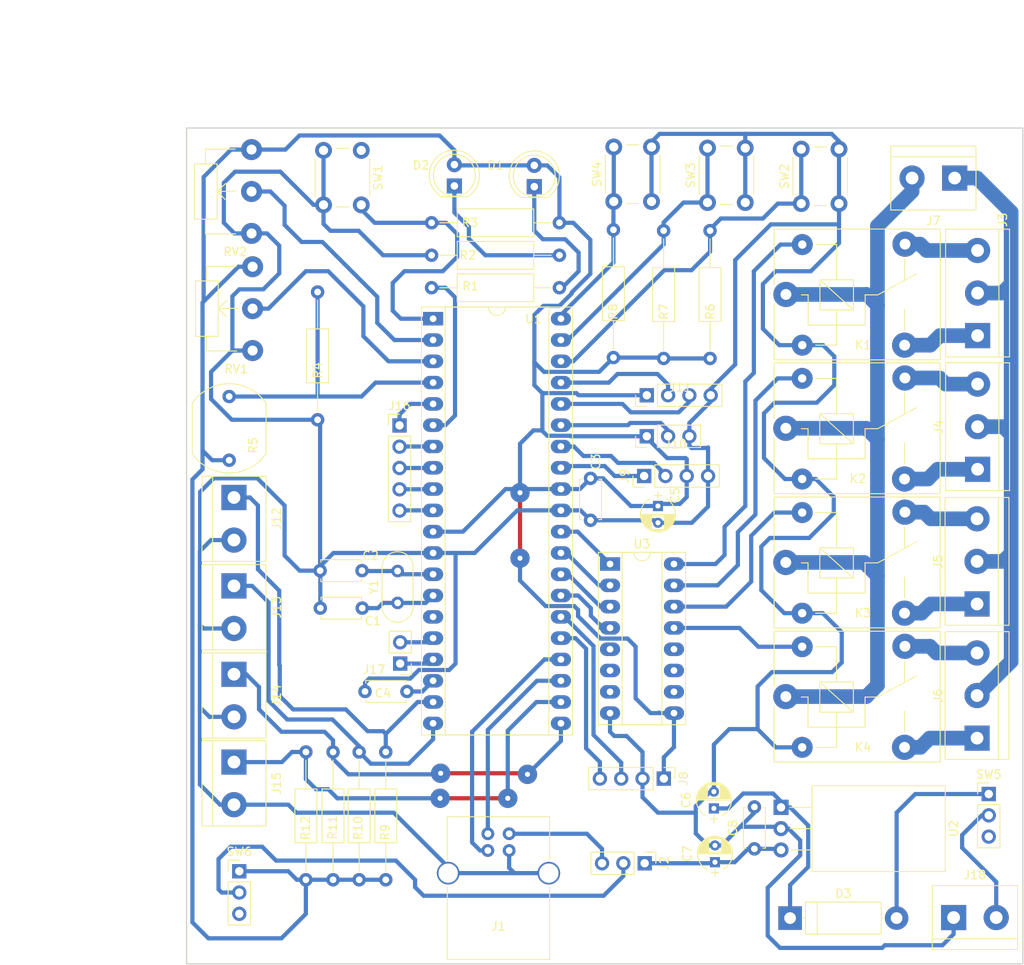
<source format=kicad_pcb>
(kicad_pcb (version 4) (host pcbnew 4.0.7)
  (title_block (title LACERAR) (date 2019-05-11) (rev 0.1) (company "doctorado en ciencia basica y tecnologia famaf") (comment 1 "PCB para domotica y videos juegos"))
  (layers (0 F.Cu signal) (31 B.Cu signal) (34 B.Paste user) (35 F.Paste user) (36 B.SilkS user) (37 F.SilkS user) (38 B.Mask user) (39 F.Mask user) (44 Edge.Cuts user))
  (net 0 "")
  (net 1 "Net-(C1-Pad1)")
  (net 2 GND)
  (net 3 "Net-(C2-Pad1)")
  (net 4 +5V)
  (net 5 "Net-(C4-Pad2)")
  (net 6 "Net-(D1-Pad1)")
  (net 7 "Net-(D2-Pad1)")
  (net 8 "Net-(J1-Pad2)")
  (net 9 VBUS)
  (net 10 "Net-(J1-Pad3)")
  (net 11 "Net-(R1-Pad2)")
  (net 12 "Net-(R3-Pad1)")
  (net 13 COMUN)
  (net 14 "Net-(J3-Pad1)")
  (net 15 "Net-(J3-Pad3)")
  (net 16 "Net-(J4-Pad1)")
  (net 17 "Net-(J4-Pad3)")
  (net 18 "Net-(J5-Pad1)")
  (net 19 "Net-(J5-Pad3)")
  (net 20 "Net-(J6-Pad1)")
  (net 21 "Net-(J6-Pad3)")
  (net 22 VIVO)
  (net 23 P4)
  (net 24 P3)
  (net 25 P2)
  (net 26 P1)
  (net 27 RD4)
  (net 28 RD5)
  (net 29 RD6)
  (net 30 RD7)
  (net 31 RC7_RX)
  (net 32 RC6_TX)
  (net 33 RB0_SDA)
  (net 34 RB1_SCK)
  (net 35 RB2)
  (net 36 RB4)
  (net 37 RB3)
  (net 38 RA2)
  (net 39 RA1)
  (net 40 RA0)
  (net 41 RB5)
  (net 42 RB6)
  (net 43 RB7)
  (net 44 RD0)
  (net 45 RD1)
  (net 46 RD2)
  (net 47 RD3)
  (net 48 RC1_pwm1)
  (net 49 RC1_pwm2)
  (net 50 RA3)
  (net 51 RA5)
  (net 52 RE0)
  (net 53 RE1)
  (net 54 RE2)
  (net 55 "Net-(C6-Pad1)")
  (net 56 FUENT5V)
  (net 57 "Net-(D3-Pad2)")
  (net 58 "Net-(J2-Pad2)")
  (net 59 "Net-(J18-Pad2)")
  (module Capacitors_THT:C_Disc_D4.7mm_W2.5mm_P5.00mm (layer F.Cu) (at 89.5223 102.3493 180)
    (fp_text reference C1 (at -1.27 -1.524 180) (layer F.SilkS))
    (fp_text value 22PF)
    (pad 1 thru_hole circle (at 0 0 180) (size 1.6 1.6) (drill 0.8) (layers *.Cu *.Mask) (net 1 "Net-(C1-Pad1)"))
    (pad 2 thru_hole circle (at 5 0 180) (size 1.6 1.6) (drill 0.8) (layers *.Cu *.Mask) (net 2 GND))
  )
  (module Capacitors_THT:C_Disc_D4.7mm_W2.5mm_P5.00mm (layer F.Cu) (at 89.4969 97.8789 180)
    (fp_text reference C2 (at -1.016 1.778 180) (layer F.SilkS))
    (fp_text value 22PF)
    (pad 1 thru_hole circle (at 0 0 180) (size 1.6 1.6) (drill 0.8) (layers *.Cu *.Mask) (net 3 "Net-(C2-Pad1)"))
    (pad 2 thru_hole circle (at 5 0 180) (size 1.6 1.6) (drill 0.8) (layers *.Cu *.Mask) (net 2 GND))
  )
  (module Capacitors_THT:C_Disc_D4.7mm_W2.5mm_P5.00mm (layer F.Cu) (at 116.7384 91.8718 90)
    (fp_text reference C3 (at 6.985 0.635 90) (layer F.SilkS))
    (fp_text value 100NF)
    (pad 1 thru_hole circle (at 0 0 90) (size 1.6 1.6) (drill 0.8) (layers *.Cu *.Mask) (net 2 GND))
    (pad 2 thru_hole circle (at 5 0 90) (size 1.6 1.6) (drill 0.8) (layers *.Cu *.Mask) (net 4 +5V))
  )
  (module Capacitors_THT:C_Disc_D4.7mm_W2.5mm_P5.00mm (layer F.Cu) (at 89.8525 112.2934)
    (fp_text reference C4 (at 2.1336 0.2032) (layer F.SilkS))
    (fp_text value 220NF)
    (pad 1 thru_hole circle (at 0 0) (size 1.6 1.6) (drill 0.8) (layers *.Cu *.Mask) (net 2 GND))
    (pad 2 thru_hole circle (at 5 0) (size 1.6 1.6) (drill 0.8) (layers *.Cu *.Mask) (net 5 "Net-(C4-Pad2)"))
  )
  (module Capacitors_THT:CP_Radial_D4.0mm_P2.00mm (layer F.Cu) (at 124.7775 90.17 270)
    (fp_text reference C5 (at -1.27 -2.032 270) (layer F.SilkS))
    (fp_text value 100UF)
    (pad 1 thru_hole rect (at 0 0 270) (size 1.2 1.2) (drill 0.6) (layers *.Cu *.Mask) (net 4 +5V))
    (pad 2 thru_hole circle (at 2 0 270) (size 1.2 1.2) (drill 0.6) (layers *.Cu *.Mask) (net 2 GND))
  )
  (module LEDs:LED_D5.0mm (layer F.Cu) (at 110.0328 52.0827 90)
    (fp_text reference D1 (at 2.5527 -4.6228 180) (layer F.SilkS))
    (fp_text value RUN_LED)
    (pad 1 thru_hole rect (at 0 0 90) (size 1.8 1.8) (drill 0.9) (layers *.Cu *.Mask) (net 6 "Net-(D1-Pad1)"))
    (pad 2 thru_hole circle (at 2.54 0 90) (size 1.8 1.8) (drill 0.9) (layers *.Cu *.Mask) (net 4 +5V))
  )
  (module LEDs:LED_D5.0mm (layer F.Cu) (at 100.5078 51.9938 90)
    (fp_text reference D2 (at 2.4638 -3.9878 180) (layer F.SilkS))
    (fp_text value POWER_LED)
    (pad 1 thru_hole rect (at 0 0 90) (size 1.8 1.8) (drill 0.9) (layers *.Cu *.Mask) (net 7 "Net-(D2-Pad1)"))
    (pad 2 thru_hole circle (at 2.54 0 90) (size 1.8 1.8) (drill 0.9) (layers *.Cu *.Mask) (net 4 +5V))
  )
  (module Connectors:USB_B (layer F.Cu) (at 107.0356 129.2606 270)
    (fp_text reference J1 (at 11.05 1.27 360) (layer F.SilkS))
    (fp_text value USB_B)
    (pad 2 thru_hole circle (at 0 2.54 180) (size 1.52 1.52) (drill 0.81) (layers *.Cu *.Mask) (net 8 "Net-(J1-Pad2)"))
    (pad 1 thru_hole circle (at 0 0 180) (size 1.52 1.52) (drill 0.81) (layers *.Cu *.Mask) (net 9 VBUS))
    (pad 4 thru_hole circle (at 2 0 180) (size 1.52 1.52) (drill 0.81) (layers *.Cu *.Mask) (net 2 GND))
    (pad 3 thru_hole circle (at 2 2.54 180) (size 1.52 1.52) (drill 0.81) (layers *.Cu *.Mask) (net 10 "Net-(J1-Pad3)"))
    (pad 5 thru_hole circle (at 4.7 7.27 180) (size 2.7 2.7) (drill 2.3) (layers *.Cu *.Mask) (net 2 GND))
    (pad 5 thru_hole circle (at 4.7 -4.73 180) (size 2.7 2.7) (drill 2.3) (layers *.Cu *.Mask) (net 2 GND))
  )
  (module Pin_Headers:Pin_Header_Straight_1x03_Pitch2.54mm (layer F.Cu) (at 123.19 132.7785 270)
    (fp_text reference J2 (at 0 -2.33 270) (layer F.SilkS))
    (fp_text value SELECT_VOLT)
    (pad 1 thru_hole rect (at 0 0 270) (size 1.7 1.7) (drill 1) (layers *.Cu *.Mask) (net 56 FUENT5V))
    (pad 2 thru_hole oval (at 0 2.54 270) (size 1.7 1.7) (drill 1) (layers *.Cu *.Mask) (net 58 "Net-(J2-Pad2)"))
    (pad 3 thru_hole oval (at 0 5.08 270) (size 1.7 1.7) (drill 1) (layers *.Cu *.Mask) (net 9 VBUS))
  )
  (module Resistors_THT:R_Axial_DIN0309_L9.0mm_D3.2mm_P15.24mm_Horizontal (layer F.Cu) (at 97.79 60.2615)
    (fp_text reference R2 (at 4.318 0) (layer F.SilkS))
    (fp_text value 470)
    (pad 1 thru_hole circle (at 0 0) (size 1.6 1.6) (drill 0.8) (layers *.Cu *.Mask) (net 2 GND))
    (pad 2 thru_hole oval (at 15.24 0) (size 1.6 1.6) (drill 0.8) (layers *.Cu *.Mask) (net 7 "Net-(D2-Pad1)"))
  )
  (module Resistors_THT:R_Axial_DIN0309_L9.0mm_D3.2mm_P15.24mm_Horizontal (layer F.Cu) (at 97.79 56.388)
    (fp_text reference R3 (at 4.572 0) (layer F.SilkS))
    (fp_text value 10k)
    (pad 1 thru_hole circle (at 0 0) (size 1.6 1.6) (drill 0.8) (layers *.Cu *.Mask) (net 12 "Net-(R3-Pad1)"))
    (pad 2 thru_hole oval (at 15.24 0) (size 1.6 1.6) (drill 0.8) (layers *.Cu *.Mask) (net 4 +5V))
  )
  (module Buttons_Switches_THT:SW_PUSH_6mm (layer F.Cu) (at 89.408 47.752 270)
    (fp_text reference SW1 (at 3.25 -2 270) (layer F.SilkS))
    (fp_text value RESET)
    (pad 2 thru_hole circle (at 0 4.5) (size 2 2) (drill 1.1) (layers *.Cu *.Mask) (net 2 GND))
    (pad 1 thru_hole circle (at 0 0) (size 2 2) (drill 1.1) (layers *.Cu *.Mask) (net 12 "Net-(R3-Pad1)"))
    (pad 2 thru_hole circle (at 6.5 4.5) (size 2 2) (drill 1.1) (layers *.Cu *.Mask) (net 2 GND))
    (pad 1 thru_hole circle (at 6.5 0) (size 2 2) (drill 1.1) (layers *.Cu *.Mask) (net 12 "Net-(R3-Pad1)"))
  )
  (module Housings_DIP:DIP-40_W15.24mm_Socket_LongPads (layer F.Cu) (at 97.9678 67.8307)
    (fp_text reference U1 (at 11.968999 0.039) (layer F.SilkS))
    (fp_text value PIC18F4550-IP)
    (pad 1 thru_hole rect (at 0 0) (size 2.4 1.6) (drill 0.8) (layers *.Cu *.Mask) (net 12 "Net-(R3-Pad1)"))
    (pad 21 thru_hole oval (at 15.24 48.26) (size 2.4 1.6) (drill 0.8) (layers *.Cu *.Mask) (net 46 RD2))
    (pad 2 thru_hole oval (at 0 2.54) (size 2.4 1.6) (drill 0.8) (layers *.Cu *.Mask) (net 40 RA0))
    (pad 22 thru_hole oval (at 15.24 45.72) (size 2.4 1.6) (drill 0.8) (layers *.Cu *.Mask) (net 47 RD3))
    (pad 3 thru_hole oval (at 0 5.08) (size 2.4 1.6) (drill 0.8) (layers *.Cu *.Mask) (net 39 RA1))
    (pad 23 thru_hole oval (at 15.24 43.18) (size 2.4 1.6) (drill 0.8) (layers *.Cu *.Mask) (net 8 "Net-(J1-Pad2)"))
    (pad 4 thru_hole oval (at 0 7.62) (size 2.4 1.6) (drill 0.8) (layers *.Cu *.Mask) (net 38 RA2))
    (pad 24 thru_hole oval (at 15.24 40.64) (size 2.4 1.6) (drill 0.8) (layers *.Cu *.Mask) (net 10 "Net-(J1-Pad3)"))
    (pad 5 thru_hole oval (at 0 10.16) (size 2.4 1.6) (drill 0.8) (layers *.Cu *.Mask) (net 50 RA3))
    (pad 25 thru_hole oval (at 15.24 38.1) (size 2.4 1.6) (drill 0.8) (layers *.Cu *.Mask) (net 32 RC6_TX))
    (pad 6 thru_hole oval (at 0 12.7) (size 2.4 1.6) (drill 0.8) (layers *.Cu *.Mask) (net 11 "Net-(R1-Pad2)"))
    (pad 26 thru_hole oval (at 15.24 35.56) (size 2.4 1.6) (drill 0.8) (layers *.Cu *.Mask) (net 31 RC7_RX))
    (pad 7 thru_hole oval (at 0 15.24) (size 2.4 1.6) (drill 0.8) (layers *.Cu *.Mask) (net 51 RA5))
    (pad 27 thru_hole oval (at 15.24 33.02) (size 2.4 1.6) (drill 0.8) (layers *.Cu *.Mask) (net 27 RD4))
    (pad 8 thru_hole oval (at 0 17.78) (size 2.4 1.6) (drill 0.8) (layers *.Cu *.Mask) (net 52 RE0))
    (pad 28 thru_hole oval (at 15.24 30.48) (size 2.4 1.6) (drill 0.8) (layers *.Cu *.Mask) (net 28 RD5))
    (pad 9 thru_hole oval (at 0 20.32) (size 2.4 1.6) (drill 0.8) (layers *.Cu *.Mask) (net 53 RE1))
    (pad 29 thru_hole oval (at 15.24 27.94) (size 2.4 1.6) (drill 0.8) (layers *.Cu *.Mask) (net 29 RD6))
    (pad 10 thru_hole oval (at 0 22.86) (size 2.4 1.6) (drill 0.8) (layers *.Cu *.Mask) (net 54 RE2))
    (pad 30 thru_hole oval (at 15.24 25.4) (size 2.4 1.6) (drill 0.8) (layers *.Cu *.Mask) (net 30 RD7))
    (pad 11 thru_hole oval (at 0 25.4) (size 2.4 1.6) (drill 0.8) (layers *.Cu *.Mask) (net 4 +5V))
    (pad 31 thru_hole oval (at 15.24 22.86) (size 2.4 1.6) (drill 0.8) (layers *.Cu *.Mask) (net 2 GND))
    (pad 12 thru_hole oval (at 0 27.94) (size 2.4 1.6) (drill 0.8) (layers *.Cu *.Mask) (net 2 GND))
    (pad 32 thru_hole oval (at 15.24 20.32) (size 2.4 1.6) (drill 0.8) (layers *.Cu *.Mask) (net 4 +5V))
    (pad 13 thru_hole oval (at 0 30.48) (size 2.4 1.6) (drill 0.8) (layers *.Cu *.Mask) (net 3 "Net-(C2-Pad1)"))
    (pad 33 thru_hole oval (at 15.24 17.78) (size 2.4 1.6) (drill 0.8) (layers *.Cu *.Mask) (net 33 RB0_SDA))
    (pad 14 thru_hole oval (at 0 33.02) (size 2.4 1.6) (drill 0.8) (layers *.Cu *.Mask) (net 1 "Net-(C1-Pad1)"))
    (pad 34 thru_hole oval (at 15.24 15.24) (size 2.4 1.6) (drill 0.8) (layers *.Cu *.Mask) (net 34 RB1_SCK))
    (pad 15 thru_hole oval (at 0 35.56) (size 2.4 1.6) (drill 0.8) (layers *.Cu *.Mask))
    (pad 35 thru_hole oval (at 15.24 12.7) (size 2.4 1.6) (drill 0.8) (layers *.Cu *.Mask) (net 35 RB2))
    (pad 16 thru_hole oval (at 0 38.1) (size 2.4 1.6) (drill 0.8) (layers *.Cu *.Mask) (net 49 RC1_pwm2))
    (pad 36 thru_hole oval (at 15.24 10.16) (size 2.4 1.6) (drill 0.8) (layers *.Cu *.Mask) (net 37 RB3))
    (pad 17 thru_hole oval (at 0 40.64) (size 2.4 1.6) (drill 0.8) (layers *.Cu *.Mask) (net 48 RC1_pwm1))
    (pad 37 thru_hole oval (at 15.24 7.62) (size 2.4 1.6) (drill 0.8) (layers *.Cu *.Mask) (net 36 RB4))
    (pad 18 thru_hole oval (at 0 43.18) (size 2.4 1.6) (drill 0.8) (layers *.Cu *.Mask) (net 5 "Net-(C4-Pad2)"))
    (pad 38 thru_hole oval (at 15.24 5.08) (size 2.4 1.6) (drill 0.8) (layers *.Cu *.Mask) (net 41 RB5))
    (pad 19 thru_hole oval (at 0 45.72) (size 2.4 1.6) (drill 0.8) (layers *.Cu *.Mask) (net 44 RD0))
    (pad 39 thru_hole oval (at 15.24 2.54) (size 2.4 1.6) (drill 0.8) (layers *.Cu *.Mask) (net 42 RB6))
    (pad 20 thru_hole oval (at 0 48.26) (size 2.4 1.6) (drill 0.8) (layers *.Cu *.Mask) (net 45 RD1))
    (pad 40 thru_hole oval (at 15.24 0) (size 2.4 1.6) (drill 0.8) (layers *.Cu *.Mask) (net 43 RB7))
  )
  (module Crystals:Crystal_HC52-8mm_Vertical (layer F.Cu) (at 93.7387 101.727 90)
    (fp_text reference Y1 (at 1.9 -2.85 90) (layer F.SilkS))
    (fp_text value 20MHZ)
    (pad 1 thru_hole circle (at 0 0 90) (size 1.5 1.5) (drill 0.8) (layers *.Cu *.Mask) (net 1 "Net-(C1-Pad1)"))
    (pad 2 thru_hole circle (at 3.8 0 90) (size 1.5 1.5) (drill 0.8) (layers *.Cu *.Mask) (net 3 "Net-(C2-Pad1)"))
  )
  (module Housings_DIP:DIP-16_W7.62mm_Socket_LongPads (layer F.Cu) (at 119.0625 97.0915)
    (fp_text reference U3 (at 3.81 -2.39) (layer F.SilkS))
    (fp_text value ULN2003)
    (pad 1 thru_hole rect (at 0 0) (size 2.4 1.6) (drill 0.8) (layers *.Cu *.Mask) (net 30 RD7))
    (pad 9 thru_hole oval (at 7.62 17.78) (size 2.4 1.6) (drill 0.8) (layers *.Cu *.Mask) (net 4 +5V))
    (pad 2 thru_hole oval (at 0 2.54) (size 2.4 1.6) (drill 0.8) (layers *.Cu *.Mask) (net 29 RD6))
    (pad 10 thru_hole oval (at 7.62 15.24) (size 2.4 1.6) (drill 0.8) (layers *.Cu *.Mask))
    (pad 3 thru_hole oval (at 0 5.08) (size 2.4 1.6) (drill 0.8) (layers *.Cu *.Mask) (net 28 RD5))
    (pad 11 thru_hole oval (at 7.62 12.7) (size 2.4 1.6) (drill 0.8) (layers *.Cu *.Mask))
    (pad 4 thru_hole oval (at 0 7.62) (size 2.4 1.6) (drill 0.8) (layers *.Cu *.Mask) (net 27 RD4))
    (pad 12 thru_hole oval (at 7.62 10.16) (size 2.4 1.6) (drill 0.8) (layers *.Cu *.Mask))
    (pad 5 thru_hole oval (at 0 10.16) (size 2.4 1.6) (drill 0.8) (layers *.Cu *.Mask))
    (pad 13 thru_hole oval (at 7.62 7.62) (size 2.4 1.6) (drill 0.8) (layers *.Cu *.Mask) (net 23 P4))
    (pad 6 thru_hole oval (at 0 12.7) (size 2.4 1.6) (drill 0.8) (layers *.Cu *.Mask))
    (pad 14 thru_hole oval (at 7.62 5.08) (size 2.4 1.6) (drill 0.8) (layers *.Cu *.Mask) (net 24 P3))
    (pad 7 thru_hole oval (at 0 15.24) (size 2.4 1.6) (drill 0.8) (layers *.Cu *.Mask))
    (pad 15 thru_hole oval (at 7.62 2.54) (size 2.4 1.6) (drill 0.8) (layers *.Cu *.Mask) (net 25 P2))
    (pad 8 thru_hole oval (at 0 17.78) (size 2.4 1.6) (drill 0.8) (layers *.Cu *.Mask) (net 2 GND))
    (pad 16 thru_hole oval (at 7.62 0) (size 2.4 1.6) (drill 0.8) (layers *.Cu *.Mask) (net 26 P1))
  )
  (module Relays_THT:Relay_SPDT_SANYOU_SRD_Series_Form_C (layer F.Cu) (at 140.0302 64.9351)
    (fp_text reference K1 (at 9.2075 6.0325) (layer F.SilkS))
    (fp_text value RELE1)
    (pad 2 thru_hole circle (at 1.95 6.05 90) (size 2.5 2.5) (drill 1) (layers *.Cu *.Mask) (net 2 GND))
    (pad 3 thru_hole circle (at 14.15 6.05 90) (size 3 3) (drill 1.3) (layers *.Cu *.Mask) (net 14 "Net-(J3-Pad1)"))
    (pad 4 thru_hole circle (at 14.2 -6 90) (size 3 3) (drill 1.3) (layers *.Cu *.Mask) (net 15 "Net-(J3-Pad3)"))
    (pad 5 thru_hole circle (at 1.95 -5.95 90) (size 2.5 2.5) (drill 1) (layers *.Cu *.Mask) (net 26 P1))
    (pad 1 thru_hole circle (at 0 0 90) (size 3 3) (drill 1.3) (layers *.Cu *.Mask) (net 13 COMUN))
  )
  (module Relays_THT:Relay_SPDT_SANYOU_SRD_Series_Form_C (layer F.Cu) (at 140.0175 80.899)
    (fp_text reference K2 (at 8.5725 6.0325) (layer F.SilkS))
    (fp_text value RELE2)
    (pad 2 thru_hole circle (at 1.95 6.05 90) (size 2.5 2.5) (drill 1) (layers *.Cu *.Mask) (net 2 GND))
    (pad 3 thru_hole circle (at 14.15 6.05 90) (size 3 3) (drill 1.3) (layers *.Cu *.Mask) (net 16 "Net-(J4-Pad1)"))
    (pad 4 thru_hole circle (at 14.2 -6 90) (size 3 3) (drill 1.3) (layers *.Cu *.Mask) (net 17 "Net-(J4-Pad3)"))
    (pad 5 thru_hole circle (at 1.95 -5.95 90) (size 2.5 2.5) (drill 1) (layers *.Cu *.Mask) (net 25 P2))
    (pad 1 thru_hole circle (at 0 0 90) (size 3 3) (drill 1.3) (layers *.Cu *.Mask) (net 13 COMUN))
  )
  (module Relays_THT:Relay_SPDT_SANYOU_SRD_Series_Form_C (layer F.Cu) (at 140.0175 96.901)
    (fp_text reference K3 (at 9.2075 6.0325) (layer F.SilkS))
    (fp_text value RELE3)
    (pad 2 thru_hole circle (at 1.95 6.05 90) (size 2.5 2.5) (drill 1) (layers *.Cu *.Mask) (net 2 GND))
    (pad 3 thru_hole circle (at 14.15 6.05 90) (size 3 3) (drill 1.3) (layers *.Cu *.Mask) (net 18 "Net-(J5-Pad1)"))
    (pad 4 thru_hole circle (at 14.2 -6 90) (size 3 3) (drill 1.3) (layers *.Cu *.Mask) (net 19 "Net-(J5-Pad3)"))
    (pad 5 thru_hole circle (at 1.95 -5.95 90) (size 2.5 2.5) (drill 1) (layers *.Cu *.Mask) (net 24 P3))
    (pad 1 thru_hole circle (at 0 0 90) (size 3 3) (drill 1.3) (layers *.Cu *.Mask) (net 13 COMUN))
  )
  (module Relays_THT:Relay_SPDT_SANYOU_SRD_Series_Form_C (layer F.Cu) (at 140.0175 112.903)
    (fp_text reference K4 (at 9.2075 6.0325) (layer F.SilkS))
    (fp_text value RELE4)
    (pad 2 thru_hole circle (at 1.95 6.05 90) (size 2.5 2.5) (drill 1) (layers *.Cu *.Mask) (net 2 GND))
    (pad 3 thru_hole circle (at 14.15 6.05 90) (size 3 3) (drill 1.3) (layers *.Cu *.Mask) (net 20 "Net-(J6-Pad1)"))
    (pad 4 thru_hole circle (at 14.2 -6 90) (size 3 3) (drill 1.3) (layers *.Cu *.Mask) (net 21 "Net-(J6-Pad3)"))
    (pad 5 thru_hole circle (at 1.95 -5.95 90) (size 2.5 2.5) (drill 1) (layers *.Cu *.Mask) (net 23 P4))
    (pad 1 thru_hole circle (at 0 0 90) (size 3 3) (drill 1.3) (layers *.Cu *.Mask) (net 13 COMUN))
  )
  (module Potentiometers:Potentiometer_WirePads_largePads (layer F.Cu) (at 76.454 71.628 180)
    (fp_text reference RV1 (at 1.95 -2.2 180) (layer F.SilkS))
    (fp_text value POT_01)
    (pad 2 thru_hole circle (at 0 5 180) (size 2.5 2.5) (drill 1.2) (layers *.Cu *.Mask) (net 39 RA1))
    (pad 3 thru_hole circle (at 0 10 180) (size 2.5 2.5) (drill 1.2) (layers *.Cu *.Mask) (net 4 +5V))
    (pad 1 thru_hole circle (at 0 0 180) (size 2.5 2.5) (drill 1.2) (layers *.Cu *.Mask) (net 2 GND))
  )
  (module Potentiometers:Potentiometer_WirePads_largePads (layer F.Cu) (at 76.327 57.658 180)
    (fp_text reference RV2 (at 1.95 -2.2 180) (layer F.SilkS))
    (fp_text value POT_02)
    (pad 2 thru_hole circle (at 0 5 180) (size 2.5 2.5) (drill 1.2) (layers *.Cu *.Mask) (net 40 RA0))
    (pad 3 thru_hole circle (at 0 10 180) (size 2.5 2.5) (drill 1.2) (layers *.Cu *.Mask) (net 4 +5V))
    (pad 1 thru_hole circle (at 0 0 180) (size 2.5 2.5) (drill 1.2) (layers *.Cu *.Mask) (net 2 GND))
  )
  (module Pin_Headers:Pin_Header_Straight_1x03_Pitch2.54mm (layer F.Cu) (at 123.444 81.8515 90)
    (fp_text reference J10 (at -0.9271 3.4544 180) (layer F.SilkS))
    (fp_text value DTH_12)
    (pad 1 thru_hole rect (at 0 0 90) (size 1.7 1.7) (drill 1) (layers *.Cu *.Mask) (net 4 +5V))
    (pad 2 thru_hole oval (at 0 2.54 90) (size 1.7 1.7) (drill 1) (layers *.Cu *.Mask) (net 35 RB2))
    (pad 3 thru_hole oval (at 0 5.08 90) (size 1.7 1.7) (drill 1) (layers *.Cu *.Mask) (net 2 GND))
  )
  (module Resistors_THT:R_Axial_DIN0207_L6.3mm_D2.5mm_P15.24mm_Horizontal (layer F.Cu) (at 84.201 64.643 270)
    (fp_text reference R4 (at 9.3345 0 270) (layer F.SilkS))
    (fp_text value 1K)
    (pad 1 thru_hole circle (at 0 0 270) (size 1.6 1.6) (drill 0.8) (layers *.Cu *.Mask) (net 38 RA2))
    (pad 2 thru_hole oval (at 15.24 0 270) (size 1.6 1.6) (drill 0.8) (layers *.Cu *.Mask) (net 2 GND))
  )
  (module Opto-Devices:Resistor_LDR_10x8.5_RM7.6 (layer F.Cu) (at 73.66 84.709 90)
    (fp_text reference R5 (at 1.778 2.8575 90) (layer F.SilkS))
    (fp_text value LDR03)
    (pad 1 thru_hole circle (at 0 0 90) (size 1.6 1.6) (drill 0.8) (layers *.Cu *.Mask) (net 4 +5V))
    (pad 2 thru_hole circle (at 7.6 0 90) (size 1.6 1.6) (drill 0.8) (layers *.Cu *.Mask) (net 38 RA2))
  )
  (module Pin_Headers:Pin_Header_Straight_1x04_Pitch2.54mm (layer F.Cu) (at 123.444 76.962 90)
    (fp_text reference J11 (at 0.9398 4.0132 180) (layer F.SilkS))
    (fp_text value HC-SR04)
    (pad 1 thru_hole rect (at 0 0 90) (size 1.7 1.7) (drill 1) (layers *.Cu *.Mask) (net 4 +5V))
    (pad 2 thru_hole oval (at 0 2.54 90) (size 1.7 1.7) (drill 1) (layers *.Cu *.Mask) (net 36 RB4))
    (pad 3 thru_hole oval (at 0 5.08 90) (size 1.7 1.7) (drill 1) (layers *.Cu *.Mask) (net 37 RB3))
    (pad 4 thru_hole oval (at 0 7.62 90) (size 1.7 1.7) (drill 1) (layers *.Cu *.Mask) (net 2 GND))
  )
  (module Buttons_Switches_THT:SW_PUSH_6mm (layer F.Cu) (at 141.859 54.102 90)
    (fp_text reference SW2 (at 3.25 -2 90) (layer F.SilkS))
    (fp_text value boton1)
    (pad 2 thru_hole circle (at 0 4.5 180) (size 2 2) (drill 1.1) (layers *.Cu *.Mask) (net 2 GND))
    (pad 1 thru_hole circle (at 0 0 180) (size 2 2) (drill 1.1) (layers *.Cu *.Mask) (net 41 RB5))
    (pad 2 thru_hole circle (at 6.5 4.5 180) (size 2 2) (drill 1.1) (layers *.Cu *.Mask) (net 2 GND))
    (pad 1 thru_hole circle (at 6.5 0 180) (size 2 2) (drill 1.1) (layers *.Cu *.Mask) (net 41 RB5))
  )
  (module Buttons_Switches_THT:SW_PUSH_6mm (layer F.Cu) (at 130.683 53.975 90)
    (fp_text reference SW3 (at 3.25 -2 90) (layer F.SilkS))
    (fp_text value boton2)
    (pad 2 thru_hole circle (at 0 4.5 180) (size 2 2) (drill 1.1) (layers *.Cu *.Mask) (net 2 GND))
    (pad 1 thru_hole circle (at 0 0 180) (size 2 2) (drill 1.1) (layers *.Cu *.Mask) (net 42 RB6))
    (pad 2 thru_hole circle (at 6.5 4.5 180) (size 2 2) (drill 1.1) (layers *.Cu *.Mask) (net 2 GND))
    (pad 1 thru_hole circle (at 6.5 0 180) (size 2 2) (drill 1.1) (layers *.Cu *.Mask) (net 42 RB6))
  )
  (module Buttons_Switches_THT:SW_PUSH_6mm (layer F.Cu) (at 119.507 53.848 90)
    (fp_text reference SW4 (at 3.25 -2 90) (layer F.SilkS))
    (fp_text value boton3)
    (pad 2 thru_hole circle (at 0 4.5 180) (size 2 2) (drill 1.1) (layers *.Cu *.Mask) (net 2 GND))
    (pad 1 thru_hole circle (at 0 0 180) (size 2 2) (drill 1.1) (layers *.Cu *.Mask) (net 43 RB7))
    (pad 2 thru_hole circle (at 6.5 4.5 180) (size 2 2) (drill 1.1) (layers *.Cu *.Mask) (net 2 GND))
    (pad 1 thru_hole circle (at 6.5 0 180) (size 2 2) (drill 1.1) (layers *.Cu *.Mask) (net 43 RB7))
  )
  (module Connectors:bornier3 (layer F.Cu) (at 162.8775 85.7885 90)
    (fp_text reference J4 (at 5.05 -4.65 90) (layer F.SilkS))
    (fp_text value "NC - COM - NA")
    (pad 1 thru_hole rect (at 0 0 90) (size 3 3) (drill 1.52) (layers *.Cu *.Mask) (net 16 "Net-(J4-Pad1)"))
    (pad 2 thru_hole circle (at 5.08 0 90) (size 3 3) (drill 1.52) (layers *.Cu *.Mask) (net 22 VIVO))
    (pad 3 thru_hole circle (at 10.16 0 90) (size 3 3) (drill 1.52) (layers *.Cu *.Mask) (net 17 "Net-(J4-Pad3)"))
  )
  (module Connectors:bornier3 (layer F.Cu) (at 162.814 101.854 90)
    (fp_text reference J5 (at 5.05 -4.65 90) (layer F.SilkS))
    (fp_text value "NC - COM - NA")
    (pad 1 thru_hole rect (at 0 0 90) (size 3 3) (drill 1.52) (layers *.Cu *.Mask) (net 18 "Net-(J5-Pad1)"))
    (pad 2 thru_hole circle (at 5.08 0 90) (size 3 3) (drill 1.52) (layers *.Cu *.Mask) (net 22 VIVO))
    (pad 3 thru_hole circle (at 10.16 0 90) (size 3 3) (drill 1.52) (layers *.Cu *.Mask) (net 19 "Net-(J5-Pad3)"))
  )
  (module Connectors:bornier3 (layer F.Cu) (at 162.814 117.856 90)
    (fp_text reference J6 (at 5.05 -4.65 90) (layer F.SilkS))
    (fp_text value "NC - COM - NA")
    (pad 1 thru_hole rect (at 0 0 90) (size 3 3) (drill 1.52) (layers *.Cu *.Mask) (net 20 "Net-(J6-Pad1)"))
    (pad 2 thru_hole circle (at 5.08 0 90) (size 3 3) (drill 1.52) (layers *.Cu *.Mask) (net 22 VIVO))
    (pad 3 thru_hole circle (at 10.16 0 90) (size 3 3) (drill 1.52) (layers *.Cu *.Mask) (net 21 "Net-(J6-Pad3)"))
  )
  (module Connectors:bornier2 (layer F.Cu) (at 160.147 51.054 180)
    (fp_text reference J7 (at 2.54 -5.08 180) (layer F.SilkS))
    (fp_text value "+ / -")
    (pad 1 thru_hole rect (at 0 0 180) (size 3 3) (drill 1.52) (layers *.Cu *.Mask) (net 22 VIVO))
    (pad 2 thru_hole circle (at 5.08 0 180) (size 3 3) (drill 1.52) (layers *.Cu *.Mask) (net 13 COMUN))
  )
  (module Connectors:bornier2 (layer F.Cu) (at 74.2315 89.154 270)
    (fp_text reference J12 (at 2.54 -5.08 270) (layer F.SilkS))
    (fp_text value sens_dig1)
    (pad 1 thru_hole rect (at 0 0 270) (size 3 3) (drill 1.52) (layers *.Cu *.Mask) (net 44 RD0))
    (pad 2 thru_hole circle (at 5.08 0 270) (size 3 3) (drill 1.52) (layers *.Cu *.Mask) (net 2 GND))
  )
  (module Connectors:bornier2 (layer F.Cu) (at 74.2315 99.695 270)
    (fp_text reference J13 (at 2.54 -5.08 270) (layer F.SilkS))
    (fp_text value sens_dig2)
    (pad 1 thru_hole rect (at 0 0 270) (size 3 3) (drill 1.52) (layers *.Cu *.Mask) (net 45 RD1))
    (pad 2 thru_hole circle (at 5.08 0 270) (size 3 3) (drill 1.52) (layers *.Cu *.Mask) (net 2 GND))
  )
  (module Connectors:bornier2 (layer F.Cu) (at 74.2315 110.236 270)
    (fp_text reference J14 (at 2.54 -5.08 270) (layer F.SilkS))
    (fp_text value sens_dig3)
    (pad 1 thru_hole rect (at 0 0 270) (size 3 3) (drill 1.52) (layers *.Cu *.Mask) (net 46 RD2))
    (pad 2 thru_hole circle (at 5.08 0 270) (size 3 3) (drill 1.52) (layers *.Cu *.Mask) (net 2 GND))
  )
  (module Connectors:bornier2 (layer F.Cu) (at 74.2315 120.7135 270)
    (fp_text reference J15 (at 2.54 -5.08 270) (layer F.SilkS))
    (fp_text value sens_dig4)
    (pad 1 thru_hole rect (at 0 0 270) (size 3 3) (drill 1.52) (layers *.Cu *.Mask) (net 47 RD3))
    (pad 2 thru_hole circle (at 5.08 0 270) (size 3 3) (drill 1.52) (layers *.Cu *.Mask) (net 2 GND))
  )
  (module Resistors_THT:R_Axial_DIN0309_L9.0mm_D3.2mm_P15.24mm_Horizontal (layer F.Cu) (at 113.03 64.135 180)
    (fp_text reference R1 (at 10.6045 0.1905 180) (layer F.SilkS))
    (fp_text value 470)
    (pad 1 thru_hole circle (at 0 0 180) (size 1.6 1.6) (drill 0.8) (layers *.Cu *.Mask) (net 6 "Net-(D1-Pad1)"))
    (pad 2 thru_hole oval (at 15.24 0 180) (size 1.6 1.6) (drill 0.8) (layers *.Cu *.Mask) (net 11 "Net-(R1-Pad2)"))
  )
  (module Resistors_THT:R_Axial_DIN0207_L6.3mm_D2.5mm_P15.24mm_Horizontal (layer F.Cu) (at 130.9878 57.3278 270)
    (fp_text reference R6 (at 9.6647 -0.0127 270) (layer F.SilkS))
    (fp_text value 1K)
    (pad 1 thru_hole circle (at 0 0 270) (size 1.6 1.6) (drill 0.8) (layers *.Cu *.Mask) (net 41 RB5))
    (pad 2 thru_hole oval (at 15.24 0 270) (size 1.6 1.6) (drill 0.8) (layers *.Cu *.Mask) (net 4 +5V))
  )
  (module Resistors_THT:R_Axial_DIN0207_L6.3mm_D2.5mm_P15.24mm_Horizontal (layer F.Cu) (at 125.4506 57.3278 270)
    (fp_text reference R7 (at 9.6647 -0.0254 270) (layer F.SilkS))
    (fp_text value 1K)
    (pad 1 thru_hole circle (at 0 0 270) (size 1.6 1.6) (drill 0.8) (layers *.Cu *.Mask) (net 42 RB6))
    (pad 2 thru_hole oval (at 15.24 0 270) (size 1.6 1.6) (drill 0.8) (layers *.Cu *.Mask) (net 4 +5V))
  )
  (module Resistors_THT:R_Axial_DIN0207_L6.3mm_D2.5mm_P15.24mm_Horizontal (layer F.Cu) (at 119.4689 57.2262 270)
    (fp_text reference R8 (at 9.7663 0.0254 270) (layer F.SilkS))
    (fp_text value 1K)
    (pad 1 thru_hole circle (at 0 0 270) (size 1.6 1.6) (drill 0.8) (layers *.Cu *.Mask) (net 43 RB7))
    (pad 2 thru_hole oval (at 15.24 0 270) (size 1.6 1.6) (drill 0.8) (layers *.Cu *.Mask) (net 4 +5V))
  )
  (module Resistors_THT:R_Axial_DIN0207_L6.3mm_D2.5mm_P15.24mm_Horizontal (layer F.Cu) (at 92.329 119.507 270)
    (fp_text reference R9 (at 9.5758 0.0762 270) (layer F.SilkS))
    (fp_text value 1K)
    (pad 1 thru_hole circle (at 0 0 270) (size 1.6 1.6) (drill 0.8) (layers *.Cu *.Mask) (net 44 RD0))
    (pad 2 thru_hole oval (at 15.24 0 270) (size 1.6 1.6) (drill 0.8) (layers *.Cu *.Mask) (net 4 +5V))
  )
  (module Resistors_THT:R_Axial_DIN0207_L6.3mm_D2.5mm_P15.24mm_Horizontal (layer F.Cu) (at 89.154 119.507 270)
    (fp_text reference R10 (at 9.0678 0.1143 270) (layer F.SilkS))
    (fp_text value 1K)
    (pad 1 thru_hole circle (at 0 0 270) (size 1.6 1.6) (drill 0.8) (layers *.Cu *.Mask) (net 45 RD1))
    (pad 2 thru_hole oval (at 15.24 0 270) (size 1.6 1.6) (drill 0.8) (layers *.Cu *.Mask) (net 4 +5V))
  )
  (module Resistors_THT:R_Axial_DIN0207_L6.3mm_D2.5mm_P15.24mm_Horizontal (layer F.Cu) (at 86.0425 119.507 270)
    (fp_text reference R11 (at 9.0043 0.0635 270) (layer F.SilkS))
    (fp_text value 1K)
    (pad 1 thru_hole circle (at 0 0 270) (size 1.6 1.6) (drill 0.8) (layers *.Cu *.Mask) (net 46 RD2))
    (pad 2 thru_hole oval (at 15.24 0 270) (size 1.6 1.6) (drill 0.8) (layers *.Cu *.Mask) (net 4 +5V))
  )
  (module Resistors_THT:R_Axial_DIN0207_L6.3mm_D2.5mm_P15.24mm_Horizontal (layer F.Cu) (at 82.804 119.507 270)
    (fp_text reference R12 (at 9.0678 0.0381 270) (layer F.SilkS))
    (fp_text value 1K)
    (pad 1 thru_hole circle (at 0 0 270) (size 1.6 1.6) (drill 0.8) (layers *.Cu *.Mask) (net 47 RD3))
    (pad 2 thru_hole oval (at 15.24 0 270) (size 1.6 1.6) (drill 0.8) (layers *.Cu *.Mask) (net 4 +5V))
  )
  (module Pin_Headers:Pin_Header_Straight_1x05_Pitch2.54mm (layer F.Cu) (at 93.9673 80.5561)
    (fp_text reference J16 (at 0 -2.33) (layer F.SilkS))
    (fp_text value sensores_analogicos)
    (pad 1 thru_hole rect (at 0 0) (size 1.7 1.7) (drill 1) (layers *.Cu *.Mask) (net 50 RA3))
    (pad 2 thru_hole oval (at 0 2.54) (size 1.7 1.7) (drill 1) (layers *.Cu *.Mask) (net 51 RA5))
    (pad 3 thru_hole oval (at 0 5.08) (size 1.7 1.7) (drill 1) (layers *.Cu *.Mask) (net 52 RE0))
    (pad 4 thru_hole oval (at 0 7.62) (size 1.7 1.7) (drill 1) (layers *.Cu *.Mask) (net 53 RE1))
    (pad 5 thru_hole oval (at 0 10.16) (size 1.7 1.7) (drill 1) (layers *.Cu *.Mask) (net 54 RE2))
  )
  (module Pin_Headers:Pin_Header_Straight_1x02_Pitch2.54mm (layer F.Cu) (at 94.0435 108.966 180)
    (fp_text reference J17 (at 3.0988 -0.7112 180) (layer F.SilkS))
    (fp_text value PWM)
    (pad 1 thru_hole rect (at 0 0 180) (size 1.7 1.7) (drill 1) (layers *.Cu *.Mask) (net 48 RC1_pwm1))
    (pad 2 thru_hole oval (at 0 2.54 180) (size 1.7 1.7) (drill 1) (layers *.Cu *.Mask) (net 49 RC1_pwm2))
  )
  (module Connectors:bornier3 (layer F.Cu) (at 162.8775 69.85 90)
    (fp_text reference J3 (at 13.8176 2.9972 90) (layer F.SilkS))
    (fp_text value "NC - COM - NA")
    (pad 1 thru_hole rect (at 0 0 90) (size 3 3) (drill 1.52) (layers *.Cu *.Mask) (net 14 "Net-(J3-Pad1)"))
    (pad 2 thru_hole circle (at 5.08 0 90) (size 3 3) (drill 1.52) (layers *.Cu *.Mask) (net 22 VIVO))
    (pad 3 thru_hole circle (at 10.16 0 90) (size 3 3) (drill 1.52) (layers *.Cu *.Mask) (net 15 "Net-(J3-Pad3)"))
  )
  (module Capacitors_THT:CP_Radial_D4.0mm_P2.00mm (layer F.Cu) (at 131.445 126.238 90)
    (fp_text reference C6 (at 1 -3.31 90) (layer F.SilkS))
    (fp_text value 100uF)
    (pad 1 thru_hole rect (at 0 0 90) (size 1.2 1.2) (drill 0.6) (layers *.Cu *.Mask) (net 55 "Net-(C6-Pad1)"))
    (pad 2 thru_hole circle (at 2 0 90) (size 1.2 1.2) (drill 0.6) (layers *.Cu *.Mask) (net 2 GND))
  )
  (module Capacitors_THT:CP_Radial_D4.0mm_P2.00mm (layer F.Cu) (at 131.572 132.6515 90)
    (fp_text reference C7 (at 1 -3.31 90) (layer F.SilkS))
    (fp_text value 100uF)
    (pad 1 thru_hole rect (at 0 0 90) (size 1.2 1.2) (drill 0.6) (layers *.Cu *.Mask) (net 56 FUENT5V))
    (pad 2 thru_hole circle (at 2 0 90) (size 1.2 1.2) (drill 0.6) (layers *.Cu *.Mask) (net 2 GND))
  )
  (module Capacitors_THT:C_Disc_D4.7mm_W2.5mm_P5.00mm (layer F.Cu) (at 136.271 131.064 90)
    (fp_text reference C8 (at 2.5 -2.56 90) (layer F.SilkS))
    (fp_text value 0.1uF)
    (pad 1 thru_hole circle (at 0 0 90) (size 1.6 1.6) (drill 0.8) (layers *.Cu *.Mask) (net 56 FUENT5V))
    (pad 2 thru_hole circle (at 5 0 90) (size 1.6 1.6) (drill 0.8) (layers *.Cu *.Mask) (net 2 GND))
  )
  (module Connectors:bornier2 (layer F.Cu) (at 160.02 139.2555)
    (fp_text reference J18 (at 2.54 -5.08) (layer F.SilkS))
    (fp_text value "+ / -")
    (pad 1 thru_hole rect (at 0 0) (size 3 3) (drill 1.52) (layers *.Cu *.Mask) (net 2 GND))
    (pad 2 thru_hole circle (at 5.08 0) (size 3 3) (drill 1.52) (layers *.Cu *.Mask) (net 59 "Net-(J18-Pad2)"))
  )
  (module TO_SOT_Packages_THT:TO-220_Horizontal (layer F.Cu) (at 139.446 126.111 270)
    (fp_text reference U2 (at 2.54 -20.58 270) (layer F.SilkS))
    (fp_text value L7805)
    (pad 0 np_thru_hole oval (at 2.54 -16.66 270) (size 3.5 3.5) (drill 3.5) (layers *.Cu *.Mask))
    (pad 1 thru_hole rect (at 0 0 270) (size 1.8 1.8) (drill 1) (layers *.Cu *.Mask) (net 55 "Net-(C6-Pad1)"))
    (pad 2 thru_hole oval (at 2.54 0 270) (size 1.8 1.8) (drill 1) (layers *.Cu *.Mask) (net 2 GND))
    (pad 3 thru_hole oval (at 5.08 0 270) (size 1.8 1.8) (drill 1) (layers *.Cu *.Mask) (net 56 FUENT5V))
  )
  (module Diodes_THT:D_5W_P12.70mm_Horizontal (layer F.Cu) (at 140.5255 139.319)
    (fp_text reference D3 (at 6.35 -2.91) (layer F.SilkS))
    (fp_text value 1N4007)
    (pad 1 thru_hole rect (at 0 0) (size 2.8 2.8) (drill 1.4) (layers *.Cu *.Mask) (net 55 "Net-(C6-Pad1)"))
    (pad 2 thru_hole oval (at 12.7 0) (size 2.8 2.8) (drill 1.4) (layers *.Cu *.Mask) (net 57 "Net-(D3-Pad2)"))
  )
  (module Pin_Headers:Pin_Header_Straight_1x03_Pitch2.54mm (layer F.Cu) (at 164.211 124.5235)
    (fp_text reference SW5 (at 0 -2.33) (layer F.SilkS))
    (fp_text value ON/OFF)
    (pad 1 thru_hole rect (at 0 0) (size 1.7 1.7) (drill 1) (layers *.Cu *.Mask) (net 57 "Net-(D3-Pad2)"))
    (pad 2 thru_hole oval (at 0 2.54) (size 1.7 1.7) (drill 1) (layers *.Cu *.Mask) (net 59 "Net-(J18-Pad2)"))
    (pad 3 thru_hole oval (at 0 5.08) (size 1.7 1.7) (drill 1) (layers *.Cu *.Mask))
  )
  (module Pin_Headers:Pin_Header_Straight_1x03_Pitch2.54mm (layer F.Cu) (at 74.8665 133.731)
    (fp_text reference SW6 (at 0 -2.33) (layer F.SilkS))
    (fp_text value ON/OFF)
    (pad 1 thru_hole rect (at 0 0) (size 1.7 1.7) (drill 1) (layers *.Cu *.Mask) (net 4 +5V))
    (pad 2 thru_hole oval (at 0 2.54) (size 1.7 1.7) (drill 1) (layers *.Cu *.Mask) (net 58 "Net-(J2-Pad2)"))
    (pad 3 thru_hole oval (at 0 5.08) (size 1.7 1.7) (drill 1) (layers *.Cu *.Mask))
  )
  (module Pin_Headers:Pin_Header_Straight_1x04_Pitch2.54mm (layer F.Cu) (at 125.476 122.682 270)
    (fp_text reference J8 (at 0 -2.33 270) (layer F.SilkS))
    (fp_text value HC_05/06)
    (pad 1 thru_hole rect (at 0 0 270) (size 1.7 1.7) (drill 1) (layers *.Cu *.Mask) (net 4 +5V))
    (pad 2 thru_hole oval (at 0 2.54 270) (size 1.7 1.7) (drill 1) (layers *.Cu *.Mask) (net 2 GND))
    (pad 3 thru_hole oval (at 0 5.08 270) (size 1.7 1.7) (drill 1) (layers *.Cu *.Mask) (net 31 RC7_RX))
    (pad 4 thru_hole oval (at 0 7.62 270) (size 1.7 1.7) (drill 1) (layers *.Cu *.Mask) (net 32 RC6_TX))
  )
  (module Pin_Headers:Pin_Header_Straight_1x04_Pitch2.54mm (layer F.Cu) (at 123.1265 86.5886 90)
    (fp_text reference J9 (at 0 -2.33 90) (layer F.SilkS))
    (fp_text value I2C)
    (pad 1 thru_hole rect (at 0 0 90) (size 1.7 1.7) (drill 1) (layers *.Cu *.Mask) (net 33 RB0_SDA))
    (pad 2 thru_hole oval (at 0 2.54 90) (size 1.7 1.7) (drill 1) (layers *.Cu *.Mask) (net 34 RB1_SCK))
    (pad 3 thru_hole oval (at 0 5.08 90) (size 1.7 1.7) (drill 1) (layers *.Cu *.Mask) (net 4 +5V))
    (pad 4 thru_hole oval (at 0 7.62 90) (size 1.7 1.7) (drill 1) (layers *.Cu *.Mask) (net 2 GND))
  )
  (gr_line (start 168.275 45.085) (end 168.275 144.78) (angle 90) (layer Edge.Cuts) (width 0.15))
  (gr_line (start 68.58 144.78) (end 168.275 144.78) (angle 90) (layer Edge.Cuts) (width 0.15))
  (gr_line (start 68.58 45.085) (end 68.58 144.78) (angle 90) (layer Edge.Cuts) (width 0.15))
  (gr_line (start 168.275 45.085) (end 68.58 45.085) (angle 90) (layer Edge.Cuts) (width 0.15))
  (segment (start 89.5223 102.3493) (end 91.3892 102.3493) (width 0.5) (layer B.Cu) (net 1))
  (segment (start 92.0115 101.727) (end 93.7387 101.727) (width 0.5) (layer B.Cu) (net 1))
  (segment (start 91.3892 102.3493) (end 92.0115 101.727) (width 0.5) (layer B.Cu) (net 1))
  (segment (start 93.7387 101.727) (end 97.0915 101.727) (width 0.5) (layer B.Cu) (net 1))
  (segment (start 97.0915 101.727) (end 97.9678 100.8507) (width 0.5) (layer B.Cu) (net 1))
  (segment (start 122.936 122.682) (end 122.936 119.507) (width 0.5) (layer B.Cu) (net 2))
  (segment (start 119.0625 117.094) (end 119.0625 114.8715) (width 0.5) (layer B.Cu) (net 2))
  (segment (start 119.5705 117.602) (end 119.0625 117.094) (width 0.5) (layer B.Cu) (net 2))
  (segment (start 121.031 117.602) (end 119.5705 117.602) (width 0.5) (layer B.Cu) (net 2))
  (segment (start 122.936 119.507) (end 121.031 117.602) (width 0.5) (layer B.Cu) (net 2))
  (segment (start 122.936 122.682) (end 122.936 124.9045) (width 0.5) (layer B.Cu) (net 2))
  (segment (start 124.7775 126.746) (end 129.286 126.746) (width 0.5) (layer B.Cu) (net 2))
  (segment (start 122.936 124.9045) (end 124.7775 126.746) (width 0.5) (layer B.Cu) (net 2))
  (segment (start 130.7465 86.5886) (end 130.7465 83.185) (width 0.5) (layer B.Cu) (net 2))
  (segment (start 128.524 82.9945) (end 128.524 81.8515) (width 0.5) (layer B.Cu) (net 2))
  (segment (start 128.778 83.2485) (end 128.524 82.9945) (width 0.5) (layer B.Cu) (net 2))
  (segment (start 130.683 83.2485) (end 128.778 83.2485) (width 0.5) (layer B.Cu) (net 2))
  (segment (start 130.7465 83.185) (end 130.683 83.2485) (width 0.5) (layer B.Cu) (net 2))
  (segment (start 124.7775 92.17) (end 128.81 92.17) (width 0.5) (layer B.Cu) (net 2))
  (segment (start 130.7465 90.2335) (end 130.7465 86.5886) (width 0.5) (layer B.Cu) (net 2))
  (segment (start 128.81 92.17) (end 130.7465 90.2335) (width 0.5) (layer B.Cu) (net 2))
  (segment (start 146.359 56.5785) (end 138.2395 56.5785) (width 0.5) (layer B.Cu) (net 2))
  (segment (start 133.985 73.279) (end 131.064 76.2) (width 0.5) (layer B.Cu) (net 2))
  (segment (start 133.985 60.833) (end 133.985 73.279) (width 0.5) (layer B.Cu) (net 2))
  (segment (start 138.2395 56.5785) (end 133.985 60.833) (width 0.5) (layer B.Cu) (net 2))
  (segment (start 131.064 76.2) (end 131.064 76.962) (width 0.5) (layer B.Cu) (net 2))
  (segment (start 131.445 124.238) (end 131.445 118.618) (width 0.5) (layer B.Cu) (net 2))
  (segment (start 133.2865 116.7765) (end 136.652 116.7765) (width 0.5) (layer B.Cu) (net 2))
  (segment (start 131.445 118.618) (end 133.2865 116.7765) (width 0.5) (layer B.Cu) (net 2))
  (segment (start 160.02 139.2555) (end 160.02 141.224) (width 0.5) (layer B.Cu) (net 2))
  (segment (start 141.732 130.048) (end 140.335 128.651) (width 0.5) (layer B.Cu) (net 2))
  (segment (start 141.732 131.826) (end 141.732 130.048) (width 0.5) (layer B.Cu) (net 2))
  (segment (start 137.8585 135.6995) (end 141.732 131.826) (width 0.5) (layer B.Cu) (net 2))
  (segment (start 137.8585 141.4145) (end 137.8585 135.6995) (width 0.5) (layer B.Cu) (net 2))
  (segment (start 139.319 142.875) (end 137.8585 141.4145) (width 0.5) (layer B.Cu) (net 2))
  (segment (start 151.511 142.875) (end 139.319 142.875) (width 0.5) (layer B.Cu) (net 2))
  (segment (start 151.8285 142.5575) (end 151.511 142.875) (width 0.5) (layer B.Cu) (net 2))
  (segment (start 158.6865 142.5575) (end 151.8285 142.5575) (width 0.5) (layer B.Cu) (net 2))
  (segment (start 160.02 141.224) (end 158.6865 142.5575) (width 0.5) (layer B.Cu) (net 2))
  (segment (start 140.335 128.651) (end 139.446 128.651) (width 0.5) (layer B.Cu) (net 2))
  (segment (start 131.572 130.6515) (end 130.715 130.6515) (width 0.5) (layer B.Cu) (net 2))
  (segment (start 130.715 130.6515) (end 129.286 129.2225) (width 0.5) (layer B.Cu) (net 2))
  (segment (start 129.286 129.2225) (end 129.286 127.381) (width 0.5) (layer B.Cu) (net 2))
  (segment (start 129.286 125.984) (end 131.032 124.238) (width 0.5) (layer B.Cu) (net 2))
  (segment (start 129.286 127.381) (end 129.286 126.746) (width 0.5) (layer B.Cu) (net 2))
  (segment (start 129.286 126.746) (end 129.286 125.984) (width 0.5) (layer B.Cu) (net 2))
  (segment (start 131.032 124.238) (end 131.445 124.238) (width 0.5) (layer B.Cu) (net 2))
  (segment (start 134.58825 128.42875) (end 139.22375 128.42875) (width 0.5) (layer B.Cu) (net 2))
  (segment (start 139.22375 128.42875) (end 139.446 128.651) (width 0.5) (layer B.Cu) (net 2))
  (segment (start 131.572 130.6515) (end 132.3655 130.6515) (width 0.5) (layer B.Cu) (net 2))
  (segment (start 132.3655 130.6515) (end 134.58825 128.42875) (width 0.5) (layer B.Cu) (net 2))
  (segment (start 134.58825 128.42875) (end 136.271 126.746) (width 0.5) (layer B.Cu) (net 2))
  (segment (start 136.271 126.746) (end 136.271 126.064) (width 0.5) (layer B.Cu) (net 2))
  (segment (start 99.7656 133.9606) (end 99.7656 133.2301) (width 0.5) (layer B.Cu) (net 2))
  (segment (start 99.7656 133.2301) (end 93.2815 126.746) (width 0.5) (layer B.Cu) (net 2))
  (segment (start 80.7085 125.7935) (end 74.2315 125.7935) (width 0.5) (layer B.Cu) (net 2))
  (segment (start 81.661 126.746) (end 80.7085 125.7935) (width 0.5) (layer B.Cu) (net 2))
  (segment (start 93.2815 126.746) (end 81.661 126.746) (width 0.5) (layer B.Cu) (net 2))
  (segment (start 116.7384 91.8718) (end 124.4793 91.8718) (width 0.5) (layer B.Cu) (net 2))
  (segment (start 124.4793 91.8718) (end 124.7775 92.17) (width 0.5) (layer B.Cu) (net 2))
  (segment (start 113.2078 90.6907) (end 115.5573 90.6907) (width 0.5) (layer B.Cu) (net 2))
  (segment (start 115.5573 90.6907) (end 116.7384 91.8718) (width 0.5) (layer B.Cu) (net 2))
  (segment (start 128.524 81.8515) (end 128.524 80.264) (width 0.5) (layer B.Cu) (net 2))
  (segment (start 128.524 80.264) (end 131.064 77.724) (width 0.5) (layer B.Cu) (net 2))
  (segment (start 131.064 77.724) (end 131.064 76.962) (width 0.5) (layer B.Cu) (net 2))
  (segment (start 135.183 47.475) (end 135.183 45.7835) (width 0.5) (layer B.Cu) (net 2))
  (segment (start 135.183 45.7835) (end 135.128 45.7835) (width 0.5) (layer B.Cu) (net 2))
  (segment (start 124.007 47.348) (end 124.007 46.7445) (width 0.5) (layer B.Cu) (net 2))
  (segment (start 124.007 46.7445) (end 124.968 45.7835) (width 0.5) (layer B.Cu) (net 2))
  (segment (start 124.968 45.7835) (end 135.128 45.7835) (width 0.5) (layer B.Cu) (net 2))
  (segment (start 145.4785 45.7835) (end 146.359 46.664) (width 0.5) (layer B.Cu) (net 2))
  (segment (start 135.128 45.7835) (end 145.4785 45.7835) (width 0.5) (layer B.Cu) (net 2))
  (segment (start 146.359 46.664) (end 146.359 47.602) (width 0.5) (layer B.Cu) (net 2))
  (segment (start 146.359 54.102) (end 146.359 47.602) (width 0.5) (layer B.Cu) (net 2))
  (segment (start 135.183 53.975) (end 135.183 47.475) (width 0.5) (layer B.Cu) (net 2))
  (segment (start 124.007 53.848) (end 124.007 47.348) (width 0.5) (layer B.Cu) (net 2))
  (segment (start 97.79 60.2615) (end 92.0115 60.2615) (width 0.5) (layer B.Cu) (net 2))
  (segment (start 84.908 56.5235) (end 84.908 54.252) (width 0.5) (layer B.Cu) (net 2))
  (segment (start 85.725 57.3405) (end 84.908 56.5235) (width 0.5) (layer B.Cu) (net 2))
  (segment (start 89.0905 57.3405) (end 85.725 57.3405) (width 0.5) (layer B.Cu) (net 2))
  (segment (start 92.0115 60.2615) (end 89.0905 57.3405) (width 0.5) (layer B.Cu) (net 2))
  (segment (start 84.908 54.252) (end 84.908 47.752) (width 0.5) (layer B.Cu) (net 2))
  (segment (start 84.908 54.252) (end 83.716 54.252) (width 0.5) (layer B.Cu) (net 2))
  (segment (start 74.295 57.658) (end 76.327 57.658) (width 0.5) (layer B.Cu) (net 2))
  (segment (start 73.025 56.388) (end 74.295 57.658) (width 0.5) (layer B.Cu) (net 2))
  (segment (start 73.025 51.6255) (end 73.025 56.388) (width 0.5) (layer B.Cu) (net 2))
  (segment (start 74.3585 50.292) (end 73.025 51.6255) (width 0.5) (layer B.Cu) (net 2))
  (segment (start 79.756 50.292) (end 74.3585 50.292) (width 0.5) (layer B.Cu) (net 2))
  (segment (start 83.716 54.252) (end 79.756 50.292) (width 0.5) (layer B.Cu) (net 2))
  (segment (start 74.041 71.628) (end 74.041 65.151) (width 0.5) (layer B.Cu) (net 2))
  (segment (start 78.1685 57.658) (end 76.327 57.658) (width 0.5) (layer B.Cu) (net 2))
  (segment (start 79.629 59.1185) (end 78.1685 57.658) (width 0.5) (layer B.Cu) (net 2))
  (segment (start 79.629 62.4205) (end 79.629 59.1185) (width 0.5) (layer B.Cu) (net 2))
  (segment (start 77.724 64.3255) (end 79.629 62.4205) (width 0.5) (layer B.Cu) (net 2))
  (segment (start 74.8665 64.3255) (end 77.724 64.3255) (width 0.5) (layer B.Cu) (net 2))
  (segment (start 74.041 65.151) (end 74.8665 64.3255) (width 0.5) (layer B.Cu) (net 2))
  (segment (start 84.201 79.883) (end 73.9775 79.883) (width 0.5) (layer B.Cu) (net 2))
  (segment (start 74.041 71.628) (end 76.454 71.628) (width 0.5) (layer B.Cu) (net 2))
  (segment (start 71.501 74.168) (end 74.041 71.628) (width 0.5) (layer B.Cu) (net 2))
  (segment (start 71.501 77.4065) (end 71.501 74.168) (width 0.5) (layer B.Cu) (net 2))
  (segment (start 73.9775 79.883) (end 71.501 77.4065) (width 0.5) (layer B.Cu) (net 2))
  (segment (start 84.4969 97.8789) (end 84.4969 80.1789) (width 0.5) (layer B.Cu) (net 2))
  (segment (start 84.4969 80.1789) (end 84.201 79.883) (width 0.5) (layer B.Cu) (net 2))
  (segment (start 89.8525 112.2934) (end 89.8525 111.252) (width 0.5) (layer B.Cu) (net 2))
  (segment (start 100.6475 108.966) (end 100.6475 95.7707) (width 0.5) (layer B.Cu) (net 2))
  (segment (start 99.8855 109.728) (end 100.6475 108.966) (width 0.5) (layer B.Cu) (net 2))
  (segment (start 96.266 109.728) (end 99.8855 109.728) (width 0.5) (layer B.Cu) (net 2))
  (segment (start 95.25 110.744) (end 96.266 109.728) (width 0.5) (layer B.Cu) (net 2))
  (segment (start 90.3605 110.744) (end 95.25 110.744) (width 0.5) (layer B.Cu) (net 2))
  (segment (start 89.8525 111.252) (end 90.3605 110.744) (width 0.5) (layer B.Cu) (net 2))
  (segment (start 97.9678 95.7707) (end 100.6475 95.7707) (width 0.5) (layer B.Cu) (net 2))
  (segment (start 100.6475 95.7707) (end 102.9208 95.7707) (width 0.5) (layer B.Cu) (net 2))
  (segment (start 108.0008 90.6907) (end 113.2078 90.6907) (width 0.5) (layer B.Cu) (net 2))
  (segment (start 102.9208 95.7707) (end 108.0008 90.6907) (width 0.5) (layer B.Cu) (net 2))
  (segment (start 70.19925 95.53575) (end 70.19925 88.48725) (width 0.5) (layer B.Cu) (net 2))
  (segment (start 82.0674 97.8789) (end 84.4969 97.8789) (width 0.5) (layer B.Cu) (net 2))
  (segment (start 80.264 96.0755) (end 82.0674 97.8789) (width 0.5) (layer B.Cu) (net 2))
  (segment (start 80.264 90.1065) (end 80.264 96.0755) (width 0.5) (layer B.Cu) (net 2))
  (segment (start 77.0255 86.868) (end 80.264 90.1065) (width 0.5) (layer B.Cu) (net 2))
  (segment (start 71.8185 86.868) (end 77.0255 86.868) (width 0.5) (layer B.Cu) (net 2))
  (segment (start 70.19925 88.48725) (end 71.8185 86.868) (width 0.5) (layer B.Cu) (net 2))
  (segment (start 74.2315 115.316) (end 71.3105 115.316) (width 0.5) (layer B.Cu) (net 2))
  (segment (start 71.3105 115.316) (end 70.1675 114.173) (width 0.5) (layer B.Cu) (net 2))
  (segment (start 74.2315 104.775) (end 70.612 104.775) (width 0.5) (layer B.Cu) (net 2))
  (segment (start 70.612 104.775) (end 70.1675 104.3305) (width 0.5) (layer B.Cu) (net 2))
  (segment (start 74.2315 125.7935) (end 72.5805 125.7935) (width 0.5) (layer B.Cu) (net 2))
  (segment (start 71.501 94.234) (end 74.2315 94.234) (width 0.5) (layer B.Cu) (net 2))
  (segment (start 70.1675 95.5675) (end 70.19925 95.53575) (width 0.5) (layer B.Cu) (net 2))
  (segment (start 70.19925 95.53575) (end 71.501 94.234) (width 0.5) (layer B.Cu) (net 2))
  (segment (start 70.1675 123.3805) (end 70.1675 114.173) (width 0.5) (layer B.Cu) (net 2))
  (segment (start 70.1675 114.173) (end 70.1675 104.3305) (width 0.5) (layer B.Cu) (net 2))
  (segment (start 70.1675 104.3305) (end 70.1675 95.5675) (width 0.5) (layer B.Cu) (net 2))
  (segment (start 72.5805 125.7935) (end 70.1675 123.3805) (width 0.5) (layer B.Cu) (net 2))
  (segment (start 97.9678 95.7707) (end 86.0933 95.7707) (width 0.5) (layer B.Cu) (net 2))
  (segment (start 86.0933 95.7707) (end 84.4969 97.3671) (width 0.5) (layer B.Cu) (net 2))
  (segment (start 84.4969 97.3671) (end 84.4969 97.8789) (width 0.5) (layer B.Cu) (net 2))
  (segment (start 84.5223 102.3493) (end 84.5223 97.9043) (width 0.5) (layer B.Cu) (net 2))
  (segment (start 84.5223 97.9043) (end 84.4969 97.8789) (width 0.5) (layer B.Cu) (net 2))
  (segment (start 107.0356 131.2606) (end 107.0356 133.3246) (width 0.5) (layer B.Cu) (net 2))
  (segment (start 107.0356 133.3246) (end 107.6716 133.9606) (width 0.5) (layer B.Cu) (net 2))
  (segment (start 99.7656 133.9606) (end 107.6716 133.9606) (width 0.5) (layer B.Cu) (net 2))
  (segment (start 107.6716 133.9606) (end 111.7656 133.9606) (width 0.5) (layer B.Cu) (net 2))
  (segment (start 141.9802 70.9851) (end 139.2476 70.9851) (width 0.5) (layer B.Cu) (net 2))
  (segment (start 146.359 58.8095) (end 146.359 56.5785) (width 0.5) (layer B.Cu) (net 2))
  (segment (start 146.359 56.5785) (end 146.359 54.102) (width 0.5) (layer B.Cu) (net 2))
  (segment (start 143.002 62.1665) (end 146.359 58.8095) (width 0.5) (layer B.Cu) (net 2))
  (segment (start 138.811 62.1665) (end 143.002 62.1665) (width 0.5) (layer B.Cu) (net 2))
  (segment (start 137.287 63.6905) (end 138.811 62.1665) (width 0.5) (layer B.Cu) (net 2))
  (segment (start 137.287 69.0245) (end 137.287 63.6905) (width 0.5) (layer B.Cu) (net 2))
  (segment (start 139.2476 70.9851) (end 137.287 69.0245) (width 0.5) (layer B.Cu) (net 2))
  (segment (start 141.9675 86.949) (end 139.908 86.949) (width 0.5) (layer B.Cu) (net 2))
  (segment (start 144.4546 70.9851) (end 141.9802 70.9851) (width 0.5) (layer B.Cu) (net 2))
  (segment (start 145.796 72.3265) (end 144.4546 70.9851) (width 0.5) (layer B.Cu) (net 2))
  (segment (start 145.796 75.7555) (end 145.796 72.3265) (width 0.5) (layer B.Cu) (net 2))
  (segment (start 143.7005 77.851) (end 145.796 75.7555) (width 0.5) (layer B.Cu) (net 2))
  (segment (start 138.684 77.851) (end 143.7005 77.851) (width 0.5) (layer B.Cu) (net 2))
  (segment (start 137.414 79.121) (end 138.684 77.851) (width 0.5) (layer B.Cu) (net 2))
  (segment (start 137.414 84.455) (end 137.414 79.121) (width 0.5) (layer B.Cu) (net 2))
  (segment (start 139.908 86.949) (end 137.414 84.455) (width 0.5) (layer B.Cu) (net 2))
  (segment (start 141.9675 102.951) (end 139.8445 102.951) (width 0.5) (layer B.Cu) (net 2))
  (segment (start 143.591 86.949) (end 141.9675 86.949) (width 0.5) (layer B.Cu) (net 2))
  (segment (start 145.7325 89.0905) (end 143.591 86.949) (width 0.5) (layer B.Cu) (net 2))
  (segment (start 145.7325 91.059) (end 145.7325 89.0905) (width 0.5) (layer B.Cu) (net 2))
  (segment (start 142.8115 93.98) (end 145.7325 91.059) (width 0.5) (layer B.Cu) (net 2))
  (segment (start 138.1125 93.98) (end 142.8115 93.98) (width 0.5) (layer B.Cu) (net 2))
  (segment (start 137.0965 94.996) (end 138.1125 93.98) (width 0.5) (layer B.Cu) (net 2))
  (segment (start 137.0965 100.203) (end 137.0965 94.996) (width 0.5) (layer B.Cu) (net 2))
  (segment (start 139.8445 102.951) (end 137.0965 100.203) (width 0.5) (layer B.Cu) (net 2))
  (segment (start 141.9675 118.953) (end 138.8285 118.953) (width 0.5) (layer B.Cu) (net 2))
  (segment (start 138.8285 118.953) (end 136.652 116.7765) (width 0.5) (layer B.Cu) (net 2))
  (segment (start 144.4165 102.951) (end 141.9675 102.951) (width 0.5) (layer B.Cu) (net 2))
  (segment (start 136.652 116.7765) (end 136.652 111.6965) (width 0.5) (layer B.Cu) (net 2))
  (segment (start 136.652 111.6965) (end 138.3665 109.982) (width 0.5) (layer B.Cu) (net 2))
  (segment (start 138.3665 109.982) (end 145.542 109.982) (width 0.5) (layer B.Cu) (net 2))
  (segment (start 145.542 109.982) (end 146.685 108.839) (width 0.5) (layer B.Cu) (net 2))
  (segment (start 146.685 108.839) (end 146.685 105.2195) (width 0.5) (layer B.Cu) (net 2))
  (segment (start 146.685 105.2195) (end 144.4165 102.951) (width 0.5) (layer B.Cu) (net 2))
  (segment (start 93.7387 97.927) (end 89.545 97.927) (width 0.5) (layer B.Cu) (net 3))
  (segment (start 89.545 97.927) (end 89.4969 97.8789) (width 0.5) (layer B.Cu) (net 3))
  (segment (start 97.9678 98.3107) (end 94.1224 98.3107) (width 0.5) (layer B.Cu) (net 3))
  (segment (start 94.1224 98.3107) (end 93.7387 97.927) (width 0.5) (layer B.Cu) (net 3))
  (segment (start 125.476 122.682) (end 125.476 120.142) (width 0.5) (layer B.Cu) (net 4))
  (segment (start 126.6825 118.9355) (end 126.6825 114.8715) (width 0.5) (layer B.Cu) (net 4))
  (segment (start 125.476 120.142) (end 126.6825 118.9355) (width 0.5) (layer B.Cu) (net 4))
  (segment (start 123.444 81.8515) (end 123.444 82.042) (width 0.5) (layer B.Cu) (net 4))
  (segment (start 123.444 82.042) (end 125.857 84.455) (width 0.5) (layer B.Cu) (net 4))
  (segment (start 128.2065 84.582) (end 128.2065 86.5886) (width 0.5) (layer B.Cu) (net 4))
  (segment (start 128.0795 84.455) (end 128.2065 84.582) (width 0.5) (layer B.Cu) (net 4))
  (segment (start 125.857 84.455) (end 128.0795 84.455) (width 0.5) (layer B.Cu) (net 4))
  (segment (start 128.2065 86.5886) (end 128.2065 89.0905) (width 0.5) (layer B.Cu) (net 4))
  (segment (start 128.2065 89.0905) (end 127.381 89.916) (width 0.5) (layer B.Cu) (net 4))
  (segment (start 127.381 89.916) (end 125.0315 89.916) (width 0.5) (layer B.Cu) (net 4))
  (segment (start 125.0315 89.916) (end 124.7775 90.17) (width 0.5) (layer B.Cu) (net 4))
  (segment (start 108.331 88.5825) (end 108.331 82.7405) (width 0.5) (layer B.Cu) (net 4))
  (segment (start 109.9185 81.153) (end 110.998 81.153) (width 0.5) (layer B.Cu) (net 4))
  (segment (start 108.331 82.7405) (end 109.9185 81.153) (width 0.5) (layer B.Cu) (net 4))
  (segment (start 126.6825 114.8715) (end 124.968 114.8715) (width 0.5) (layer B.Cu) (net 4))
  (segment (start 124.9045 114.808) (end 124.9045 114.8715) (width 0.5) (layer B.Cu) (net 4))
  (segment (start 124.968 114.8715) (end 124.9045 114.808) (width 0.5) (layer B.Cu) (net 4))
  (segment (start 124.9045 114.8715) (end 123.8885 114.8715) (width 0.5) (layer B.Cu) (net 4))
  (segment (start 108.331 88.5825) (end 108.331 88.4555) (width 0.5) (layer B.Cu) (net 4))
  (via (at 108.331 88.5825) (size 2.3) (drill 0.6) (layers F.Cu B.Cu) (net 4))
  (segment (start 108.331 96.393) (end 108.331 88.5825) (width 0.5) (layer F.Cu) (net 4))
  (via (at 108.331 96.393) (size 2.3) (drill 0.6) (layers F.Cu B.Cu) (net 4))
  (segment (start 108.331 99.06) (end 108.331 96.393) (width 0.5) (layer B.Cu) (net 4))
  (segment (start 111.379 102.108) (end 108.331 99.06) (width 0.5) (layer B.Cu) (net 4))
  (segment (start 114.808 102.108) (end 111.379 102.108) (width 0.5) (layer B.Cu) (net 4))
  (segment (start 115.2525 102.5525) (end 114.808 102.108) (width 0.5) (layer B.Cu) (net 4))
  (segment (start 115.2525 103.3145) (end 115.2525 102.5525) (width 0.5) (layer B.Cu) (net 4))
  (segment (start 117.9195 105.9815) (end 115.2525 103.3145) (width 0.5) (layer B.Cu) (net 4))
  (segment (start 121.158 105.9815) (end 117.9195 105.9815) (width 0.5) (layer B.Cu) (net 4))
  (segment (start 122.1105 106.934) (end 121.158 105.9815) (width 0.5) (layer B.Cu) (net 4))
  (segment (start 122.1105 113.0935) (end 122.1105 106.934) (width 0.5) (layer B.Cu) (net 4))
  (segment (start 123.8885 114.8715) (end 122.1105 113.0935) (width 0.5) (layer B.Cu) (net 4))
  (segment (start 70.485 83.439) (end 70.485 85.7885) (width 0.5) (layer B.Cu) (net 4))
  (segment (start 82.804 138.811) (end 82.804 134.747) (width 0.5) (layer B.Cu) (net 4))
  (segment (start 79.883 141.732) (end 82.804 138.811) (width 0.5) (layer B.Cu) (net 4))
  (segment (start 71.1835 141.732) (end 79.883 141.732) (width 0.5) (layer B.Cu) (net 4))
  (segment (start 69.2785 139.827) (end 71.1835 141.732) (width 0.5) (layer B.Cu) (net 4))
  (segment (start 69.2785 86.995) (end 69.2785 139.827) (width 0.5) (layer B.Cu) (net 4))
  (segment (start 70.485 85.7885) (end 69.2785 86.995) (width 0.5) (layer B.Cu) (net 4))
  (segment (start 125.603 114.8715) (end 126.6825 114.8715) (width 0.5) (layer B.Cu) (net 4))
  (segment (start 124.7775 90.17) (end 121.539 90.17) (width 0.5) (layer B.Cu) (net 4))
  (segment (start 118.2408 86.8718) (end 116.7384 86.8718) (width 0.5) (layer B.Cu) (net 4))
  (segment (start 121.539 90.17) (end 118.2408 86.8718) (width 0.5) (layer B.Cu) (net 4))
  (segment (start 113.2078 88.1507) (end 115.4595 88.1507) (width 0.5) (layer B.Cu) (net 4))
  (segment (start 115.4595 88.1507) (end 116.7384 86.8718) (width 0.5) (layer B.Cu) (net 4))
  (segment (start 123.444 81.8515) (end 114.3635 81.8515) (width 0.5) (layer B.Cu) (net 4))
  (segment (start 114.3635 81.8515) (end 114.3 81.788) (width 0.5) (layer B.Cu) (net 4))
  (segment (start 114.3 81.788) (end 111.5695 81.788) (width 0.5) (layer B.Cu) (net 4))
  (segment (start 111.5695 81.788) (end 110.998 81.2165) (width 0.5) (layer B.Cu) (net 4))
  (segment (start 110.998 81.2165) (end 110.998 81.153) (width 0.5) (layer B.Cu) (net 4))
  (segment (start 110.998 81.153) (end 110.998 76.708) (width 0.5) (layer B.Cu) (net 4))
  (segment (start 123.444 76.962) (end 115.316 76.962) (width 0.5) (layer B.Cu) (net 4))
  (segment (start 110.0455 75.7555) (end 110.0455 73.025) (width 0.5) (layer B.Cu) (net 4))
  (segment (start 110.998 76.708) (end 110.0455 75.7555) (width 0.5) (layer B.Cu) (net 4))
  (segment (start 115.062 76.708) (end 110.998 76.708) (width 0.5) (layer B.Cu) (net 4))
  (segment (start 115.316 76.962) (end 115.062 76.708) (width 0.5) (layer B.Cu) (net 4))
  (segment (start 119.4689 72.4662) (end 125.349 72.4662) (width 0.5) (layer B.Cu) (net 4))
  (segment (start 125.349 72.4662) (end 125.4506 72.5678) (width 0.5) (layer B.Cu) (net 4))
  (segment (start 125.4506 72.5678) (end 130.9878 72.5678) (width 0.5) (layer B.Cu) (net 4))
  (segment (start 113.03 56.388) (end 114.681 56.388) (width 0.5) (layer B.Cu) (net 4))
  (segment (start 117.7671 74.168) (end 119.4689 72.4662) (width 0.5) (layer B.Cu) (net 4))
  (segment (start 111.1885 74.168) (end 117.7671 74.168) (width 0.5) (layer B.Cu) (net 4))
  (segment (start 110.0455 73.025) (end 111.1885 74.168) (width 0.5) (layer B.Cu) (net 4))
  (segment (start 110.0455 67.3735) (end 110.0455 73.025) (width 0.5) (layer B.Cu) (net 4))
  (segment (start 111.125 66.294) (end 110.0455 67.3735) (width 0.5) (layer B.Cu) (net 4))
  (segment (start 113.03 66.294) (end 111.125 66.294) (width 0.5) (layer B.Cu) (net 4))
  (segment (start 114.4905 64.8335) (end 113.03 66.294) (width 0.5) (layer B.Cu) (net 4))
  (segment (start 114.4905 64.7065) (end 114.4905 64.8335) (width 0.5) (layer B.Cu) (net 4))
  (segment (start 116.713 62.484) (end 114.4905 64.7065) (width 0.5) (layer B.Cu) (net 4))
  (segment (start 116.713 58.42) (end 116.713 62.484) (width 0.5) (layer B.Cu) (net 4))
  (segment (start 114.681 56.388) (end 116.713 58.42) (width 0.5) (layer B.Cu) (net 4))
  (segment (start 110.0328 49.5427) (end 100.5967 49.5427) (width 0.5) (layer B.Cu) (net 4))
  (segment (start 100.5967 49.5427) (end 100.5078 49.4538) (width 0.5) (layer B.Cu) (net 4))
  (segment (start 113.03 56.388) (end 113.03 50.9905) (width 0.5) (layer B.Cu) (net 4))
  (segment (start 111.5822 49.5427) (end 110.0328 49.5427) (width 0.5) (layer B.Cu) (net 4))
  (segment (start 113.03 50.9905) (end 111.5822 49.5427) (width 0.5) (layer B.Cu) (net 4))
  (segment (start 100.5078 49.4538) (end 100.5078 47.7393) (width 0.5) (layer B.Cu) (net 4))
  (segment (start 80.358 47.658) (end 76.327 47.658) (width 0.5) (layer B.Cu) (net 4))
  (segment (start 82.042 45.974) (end 80.358 47.658) (width 0.5) (layer B.Cu) (net 4))
  (segment (start 98.7425 45.974) (end 82.042 45.974) (width 0.5) (layer B.Cu) (net 4))
  (segment (start 100.5078 47.7393) (end 98.7425 45.974) (width 0.5) (layer B.Cu) (net 4))
  (segment (start 76.327 47.658) (end 73.881 47.658) (width 0.5) (layer B.Cu) (net 4))
  (segment (start 70.612 50.927) (end 70.612 65.786) (width 0.5) (layer B.Cu) (net 4))
  (segment (start 73.881 47.658) (end 70.612 50.927) (width 0.5) (layer B.Cu) (net 4))
  (segment (start 73.66 84.709) (end 71.628 84.709) (width 0.5) (layer B.Cu) (net 4))
  (segment (start 74.77 61.628) (end 76.454 61.628) (width 0.5) (layer B.Cu) (net 4))
  (segment (start 70.485 65.913) (end 70.612 65.786) (width 0.5) (layer B.Cu) (net 4))
  (segment (start 70.612 65.786) (end 74.77 61.628) (width 0.5) (layer B.Cu) (net 4))
  (segment (start 70.485 83.566) (end 70.485 83.439) (width 0.5) (layer B.Cu) (net 4))
  (segment (start 70.485 83.439) (end 70.485 65.913) (width 0.5) (layer B.Cu) (net 4))
  (segment (start 71.628 84.709) (end 70.485 83.566) (width 0.5) (layer B.Cu) (net 4))
  (segment (start 113.2078 88.1507) (end 106.6038 88.1507) (width 0.5) (layer B.Cu) (net 4))
  (segment (start 101.5238 93.2307) (end 97.9678 93.2307) (width 0.5) (layer B.Cu) (net 4))
  (segment (start 106.6038 88.1507) (end 101.5238 93.2307) (width 0.5) (layer B.Cu) (net 4))
  (segment (start 82.804 134.747) (end 81.7245 134.747) (width 0.5) (layer B.Cu) (net 4))
  (segment (start 81.7245 134.747) (end 80.7085 133.731) (width 0.5) (layer B.Cu) (net 4))
  (segment (start 80.7085 133.731) (end 74.8665 133.731) (width 0.5) (layer B.Cu) (net 4))
  (segment (start 82.804 134.747) (end 86.0425 134.747) (width 0.5) (layer B.Cu) (net 4))
  (segment (start 86.0425 134.747) (end 89.154 134.747) (width 0.5) (layer B.Cu) (net 4))
  (segment (start 89.154 134.747) (end 92.329 134.747) (width 0.5) (layer B.Cu) (net 4))
  (segment (start 94.8525 112.2934) (end 96.6851 112.2934) (width 0.5) (layer B.Cu) (net 5))
  (segment (start 96.6851 112.2934) (end 97.9678 111.0107) (width 0.5) (layer B.Cu) (net 5))
  (segment (start 113.03 64.135) (end 113.3475 64.135) (width 0.5) (layer B.Cu) (net 6))
  (segment (start 113.3475 64.135) (end 115.316 62.1665) (width 0.5) (layer B.Cu) (net 6))
  (segment (start 115.316 62.1665) (end 115.316 59.944) (width 0.5) (layer B.Cu) (net 6))
  (segment (start 115.316 59.944) (end 113.7285 58.3565) (width 0.5) (layer B.Cu) (net 6))
  (segment (start 113.7285 58.3565) (end 111.0615 58.3565) (width 0.5) (layer B.Cu) (net 6))
  (segment (start 111.0615 58.3565) (end 110.0328 57.3278) (width 0.5) (layer B.Cu) (net 6))
  (segment (start 110.0328 57.3278) (end 110.0328 52.0827) (width 0.5) (layer B.Cu) (net 6))
  (segment (start 113.03 60.2615) (end 104.2035 60.2615) (width 0.5) (layer B.Cu) (net 7))
  (segment (start 100.5078 55.1688) (end 100.5078 51.9938) (width 0.5) (layer B.Cu) (net 7))
  (segment (start 102.235 56.896) (end 100.5078 55.1688) (width 0.5) (layer B.Cu) (net 7))
  (segment (start 102.235 58.293) (end 102.235 56.896) (width 0.5) (layer B.Cu) (net 7))
  (segment (start 104.2035 60.2615) (end 102.235 58.293) (width 0.5) (layer B.Cu) (net 7))
  (segment (start 104.4956 129.2606) (end 104.4956 116.8654) (width 0.5) (layer B.Cu) (net 8))
  (segment (start 110.3503 111.0107) (end 113.2078 111.0107) (width 0.5) (layer B.Cu) (net 8))
  (segment (start 104.4956 116.8654) (end 110.3503 111.0107) (width 0.5) (layer B.Cu) (net 8))
  (segment (start 107.0356 129.2606) (end 116.3066 129.2606) (width 0.5) (layer B.Cu) (net 9))
  (segment (start 118.11 131.064) (end 118.11 132.7785) (width 0.5) (layer B.Cu) (net 9))
  (segment (start 116.3066 129.2606) (end 118.11 131.064) (width 0.5) (layer B.Cu) (net 9))
  (segment (start 104.4956 131.2606) (end 103.5746 131.2606) (width 0.5) (layer B.Cu) (net 10))
  (segment (start 111.2393 108.4707) (end 113.2078 108.4707) (width 0.5) (layer B.Cu) (net 10))
  (segment (start 102.616 117.094) (end 111.2393 108.4707) (width 0.5) (layer B.Cu) (net 10))
  (segment (start 102.616 130.302) (end 102.616 117.094) (width 0.5) (layer B.Cu) (net 10))
  (segment (start 103.5746 131.2606) (end 102.616 130.302) (width 0.5) (layer B.Cu) (net 10))
  (segment (start 97.79 64.135) (end 99.441 64.135) (width 0.5) (layer B.Cu) (net 11))
  (segment (start 99.4283 80.5307) (end 97.9678 80.5307) (width 0.5) (layer B.Cu) (net 11))
  (segment (start 100.584 79.375) (end 99.4283 80.5307) (width 0.5) (layer B.Cu) (net 11))
  (segment (start 100.584 65.278) (end 100.584 79.375) (width 0.5) (layer B.Cu) (net 11))
  (segment (start 99.441 64.135) (end 100.584 65.278) (width 0.5) (layer B.Cu) (net 11))
  (segment (start 97.9678 67.8307) (end 94.1197 67.8307) (width 0.5) (layer B.Cu) (net 12))
  (segment (start 99.5045 56.388) (end 97.79 56.388) (width 0.5) (layer B.Cu) (net 12))
  (segment (start 100.838 57.7215) (end 99.5045 56.388) (width 0.5) (layer B.Cu) (net 12))
  (segment (start 100.838 60.452) (end 100.838 57.7215) (width 0.5) (layer B.Cu) (net 12))
  (segment (start 99.1235 62.1665) (end 100.838 60.452) (width 0.5) (layer B.Cu) (net 12))
  (segment (start 94.5515 62.1665) (end 99.1235 62.1665) (width 0.5) (layer B.Cu) (net 12))
  (segment (start 93.1545 63.5635) (end 94.5515 62.1665) (width 0.5) (layer B.Cu) (net 12))
  (segment (start 93.1545 66.8655) (end 93.1545 63.5635) (width 0.5) (layer B.Cu) (net 12))
  (segment (start 94.1197 67.8307) (end 93.1545 66.8655) (width 0.5) (layer B.Cu) (net 12))
  (segment (start 89.408 54.252) (end 89.408 54.8005) (width 0.5) (layer B.Cu) (net 12))
  (segment (start 89.408 54.8005) (end 90.9955 56.388) (width 0.5) (layer B.Cu) (net 12))
  (segment (start 90.9955 56.388) (end 95.25 56.388) (width 0.5) (layer B.Cu) (net 12))
  (segment (start 95.25 56.388) (end 97.79 56.388) (width 0.5) (layer B.Cu) (net 12))
  (segment (start 140.0175 80.899) (end 149.606 80.899) (width 1.75) (layer B.Cu) (net 13))
  (segment (start 149.606 80.899) (end 150.9395 82.2325) (width 1.75) (layer B.Cu) (net 13))
  (segment (start 140.0302 64.9351) (end 149.6441 64.9351) (width 1.75) (layer B.Cu) (net 13))
  (segment (start 149.6441 64.9351) (end 150.9395 66.2305) (width 1.75) (layer B.Cu) (net 13))
  (segment (start 140.0175 96.901) (end 149.352 96.901) (width 1.75) (layer B.Cu) (net 13))
  (segment (start 149.352 96.901) (end 150.9395 98.4885) (width 1.75) (layer B.Cu) (net 13))
  (segment (start 155.067 51.054) (end 155.067 52.6415) (width 1.75) (layer B.Cu) (net 13))
  (segment (start 149.606 112.903) (end 140.0175 112.903) (width 1.75) (layer B.Cu) (net 13))
  (segment (start 150.9395 111.5695) (end 149.606 112.903) (width 1.75) (layer B.Cu) (net 13))
  (segment (start 150.9395 56.769) (end 150.9395 66.2305) (width 1.75) (layer B.Cu) (net 13))
  (segment (start 150.9395 66.2305) (end 150.9395 82.2325) (width 1.75) (layer B.Cu) (net 13))
  (segment (start 150.9395 82.2325) (end 150.9395 98.4885) (width 1.75) (layer B.Cu) (net 13))
  (segment (start 150.9395 98.4885) (end 150.9395 111.5695) (width 1.75) (layer B.Cu) (net 13))
  (segment (start 155.067 52.6415) (end 150.9395 56.769) (width 1.75) (layer B.Cu) (net 13))
  (segment (start 162.8775 69.85) (end 158.369 69.85) (width 1.75) (layer B.Cu) (net 14))
  (segment (start 157.2339 70.9851) (end 154.1802 70.9851) (width 1.75) (layer B.Cu) (net 14))
  (segment (start 158.369 69.85) (end 157.2339 70.9851) (width 1.75) (layer B.Cu) (net 14))
  (segment (start 154.2302 58.9351) (end 156.0266 58.9351) (width 1.75) (layer B.Cu) (net 15))
  (segment (start 156.7815 59.69) (end 162.8775 59.69) (width 1.75) (layer B.Cu) (net 15))
  (segment (start 156.0266 58.9351) (end 156.7815 59.69) (width 1.75) (layer B.Cu) (net 15))
  (segment (start 162.8775 85.7885) (end 158.115 85.7885) (width 1.75) (layer B.Cu) (net 16))
  (segment (start 156.9545 86.949) (end 154.1675 86.949) (width 1.75) (layer B.Cu) (net 16))
  (segment (start 158.115 85.7885) (end 156.9545 86.949) (width 1.75) (layer B.Cu) (net 16))
  (segment (start 162.8775 75.6285) (end 159.0675 75.6285) (width 1.75) (layer B.Cu) (net 17))
  (segment (start 158.338 74.899) (end 154.2175 74.899) (width 1.75) (layer B.Cu) (net 17))
  (segment (start 159.0675 75.6285) (end 158.338 74.899) (width 1.75) (layer B.Cu) (net 17))
  (segment (start 162.814 101.854) (end 157.2895 101.854) (width 1.75) (layer B.Cu) (net 18))
  (segment (start 156.1925 102.951) (end 154.1675 102.951) (width 1.75) (layer B.Cu) (net 18))
  (segment (start 157.2895 101.854) (end 156.1925 102.951) (width 1.75) (layer B.Cu) (net 18))
  (segment (start 154.2175 90.901) (end 156.4965 90.901) (width 1.75) (layer B.Cu) (net 19))
  (segment (start 157.2895 91.694) (end 162.814 91.694) (width 1.75) (layer B.Cu) (net 19))
  (segment (start 156.4965 90.901) (end 157.2895 91.694) (width 1.75) (layer B.Cu) (net 19))
  (segment (start 162.814 117.856) (end 157.1625 117.856) (width 1.75) (layer B.Cu) (net 20))
  (segment (start 156.0655 118.953) (end 154.1675 118.953) (width 1.75) (layer B.Cu) (net 20))
  (segment (start 157.1625 117.856) (end 156.0655 118.953) (width 1.75) (layer B.Cu) (net 20))
  (segment (start 162.814 107.696) (end 157.988 107.696) (width 1.75) (layer B.Cu) (net 21))
  (segment (start 157.195 106.903) (end 154.2175 106.903) (width 1.75) (layer B.Cu) (net 21))
  (segment (start 157.988 107.696) (end 157.195 106.903) (width 1.75) (layer B.Cu) (net 21))
  (segment (start 162.8775 64.77) (end 165.7985 64.77) (width 1.75) (layer B.Cu) (net 22))
  (segment (start 165.7985 64.77) (end 166.878 63.6905) (width 1.75) (layer B.Cu) (net 22))
  (segment (start 162.8775 80.7085) (end 165.9255 80.7085) (width 1.75) (layer B.Cu) (net 22))
  (segment (start 165.9255 80.7085) (end 166.878 81.661) (width 1.75) (layer B.Cu) (net 22))
  (segment (start 162.814 96.774) (end 165.9255 96.774) (width 1.75) (layer B.Cu) (net 22))
  (segment (start 165.9255 96.774) (end 166.878 95.8215) (width 1.75) (layer B.Cu) (net 22))
  (segment (start 160.147 51.054) (end 162.814 51.054) (width 1.75) (layer B.Cu) (net 22))
  (segment (start 166.878 108.712) (end 162.814 112.776) (width 1.75) (layer B.Cu) (net 22))
  (segment (start 166.878 55.118) (end 166.878 63.6905) (width 1.75) (layer B.Cu) (net 22))
  (segment (start 166.878 63.6905) (end 166.878 81.661) (width 1.75) (layer B.Cu) (net 22))
  (segment (start 166.878 81.661) (end 166.878 95.8215) (width 1.75) (layer B.Cu) (net 22))
  (segment (start 166.878 95.8215) (end 166.878 108.712) (width 1.75) (layer B.Cu) (net 22))
  (segment (start 162.814 51.054) (end 166.878 55.118) (width 1.75) (layer B.Cu) (net 22))
  (segment (start 126.6825 104.7115) (end 134.493 104.7115) (width 0.5) (layer B.Cu) (net 23))
  (segment (start 136.7345 106.953) (end 141.9675 106.953) (width 0.5) (layer B.Cu) (net 23))
  (segment (start 134.493 104.7115) (end 136.7345 106.953) (width 0.5) (layer B.Cu) (net 23))
  (segment (start 126.6825 102.1715) (end 132.9055 102.1715) (width 0.5) (layer B.Cu) (net 24))
  (segment (start 138.665 90.951) (end 141.9675 90.951) (width 0.5) (layer B.Cu) (net 24))
  (segment (start 135.89 93.726) (end 138.665 90.951) (width 0.5) (layer B.Cu) (net 24))
  (segment (start 135.89 99.187) (end 135.89 93.726) (width 0.5) (layer B.Cu) (net 24))
  (segment (start 132.9055 102.1715) (end 135.89 99.187) (width 0.5) (layer B.Cu) (net 24))
  (segment (start 126.6825 99.6315) (end 131.8895 99.6315) (width 0.5) (layer B.Cu) (net 25))
  (segment (start 139.046 74.949) (end 141.9675 74.949) (width 0.5) (layer B.Cu) (net 25))
  (segment (start 136.398 77.597) (end 139.046 74.949) (width 0.5) (layer B.Cu) (net 25))
  (segment (start 136.398 91.186) (end 136.398 77.597) (width 0.5) (layer B.Cu) (net 25))
  (segment (start 134.3025 93.2815) (end 136.398 91.186) (width 0.5) (layer B.Cu) (net 25))
  (segment (start 134.3025 97.2185) (end 134.3025 93.2815) (width 0.5) (layer B.Cu) (net 25))
  (segment (start 131.8895 99.6315) (end 134.3025 97.2185) (width 0.5) (layer B.Cu) (net 25))
  (segment (start 126.6825 97.0915) (end 131.6355 97.0915) (width 0.5) (layer B.Cu) (net 26))
  (segment (start 139.3889 58.9851) (end 141.9802 58.9851) (width 0.5) (layer B.Cu) (net 26))
  (segment (start 136.2075 62.1665) (end 139.3889 58.9851) (width 0.5) (layer B.Cu) (net 26))
  (segment (start 136.2075 74.295) (end 136.2075 62.1665) (width 0.5) (layer B.Cu) (net 26))
  (segment (start 135.1915 75.311) (end 136.2075 74.295) (width 0.5) (layer B.Cu) (net 26))
  (segment (start 135.1915 90.17) (end 135.1915 75.311) (width 0.5) (layer B.Cu) (net 26))
  (segment (start 132.715 92.6465) (end 135.1915 90.17) (width 0.5) (layer B.Cu) (net 26))
  (segment (start 132.715 96.012) (end 132.715 92.6465) (width 0.5) (layer B.Cu) (net 26))
  (segment (start 131.6355 97.0915) (end 132.715 96.012) (width 0.5) (layer B.Cu) (net 26))
  (segment (start 113.2078 100.8507) (end 115.2652 100.8507) (width 0.5) (layer B.Cu) (net 27))
  (segment (start 116.7765 103.251) (end 118.237 104.7115) (width 0.5) (layer B.Cu) (net 27))
  (segment (start 116.7765 102.362) (end 116.7765 103.251) (width 0.5) (layer B.Cu) (net 27))
  (segment (start 115.2652 100.8507) (end 116.7765 102.362) (width 0.5) (layer B.Cu) (net 27))
  (segment (start 118.237 104.7115) (end 119.0625 104.7115) (width 0.5) (layer B.Cu) (net 27))
  (segment (start 119.0625 104.7115) (end 117.9195 104.7115) (width 0.5) (layer B.Cu) (net 27))
  (segment (start 114.0587 100.8507) (end 113.2078 100.8507) (width 0.5) (layer B.Cu) (net 27))
  (segment (start 119.0625 102.1715) (end 117.9195 102.1715) (width 0.5) (layer B.Cu) (net 28))
  (segment (start 117.9195 102.1715) (end 114.0587 98.3107) (width 0.5) (layer B.Cu) (net 28))
  (segment (start 114.0587 98.3107) (end 113.2078 98.3107) (width 0.5) (layer B.Cu) (net 28))
  (segment (start 113.2078 95.7707) (end 113.8682 95.7707) (width 0.5) (layer B.Cu) (net 29))
  (segment (start 113.8682 95.7707) (end 117.729 99.6315) (width 0.5) (layer B.Cu) (net 29))
  (segment (start 117.729 99.6315) (end 119.0625 99.6315) (width 0.5) (layer B.Cu) (net 29))
  (segment (start 113.2078 93.2307) (end 115.2017 93.2307) (width 0.5) (layer B.Cu) (net 30))
  (segment (start 115.2017 93.2307) (end 119.0625 97.0915) (width 0.5) (layer B.Cu) (net 30))
  (segment (start 120.396 122.682) (end 120.396 120.777) (width 0.5) (layer B.Cu) (net 31))
  (segment (start 117.094 106.8705) (end 113.6142 103.3907) (width 0.5) (layer B.Cu) (net 31))
  (segment (start 117.094 117.475) (end 117.094 106.8705) (width 0.5) (layer B.Cu) (net 31))
  (segment (start 120.396 120.777) (end 117.094 117.475) (width 0.5) (layer B.Cu) (net 31))
  (segment (start 113.6142 103.3907) (end 113.2078 103.3907) (width 0.5) (layer B.Cu) (net 31))
  (segment (start 113.2078 103.3907) (end 113.2078 103.4923) (width 0.5) (layer B.Cu) (net 31))
  (segment (start 113.2078 105.9307) (end 114.9477 105.9307) (width 0.5) (layer B.Cu) (net 32))
  (segment (start 114.9477 105.9307) (end 116.205 107.188) (width 0.5) (layer B.Cu) (net 32))
  (segment (start 116.205 107.188) (end 116.205 119.0625) (width 0.5) (layer B.Cu) (net 32))
  (segment (start 116.205 119.0625) (end 117.856 120.7135) (width 0.5) (layer B.Cu) (net 32))
  (segment (start 117.856 120.7135) (end 117.856 122.682) (width 0.5) (layer B.Cu) (net 32))
  (segment (start 123.1265 86.5886) (end 119.6086 86.5886) (width 0.5) (layer B.Cu) (net 33))
  (segment (start 118.4275 85.4075) (end 113.411 85.4075) (width 0.5) (layer B.Cu) (net 33))
  (segment (start 119.6086 86.5886) (end 118.4275 85.4075) (width 0.5) (layer B.Cu) (net 33))
  (segment (start 113.411 85.4075) (end 113.2078 85.6107) (width 0.5) (layer B.Cu) (net 33))
  (segment (start 113.2078 83.0707) (end 114.7572 83.0707) (width 0.5) (layer B.Cu) (net 34))
  (segment (start 125.1265 85.8835) (end 125.1265 86.5886) (width 0.5) (layer B.Cu) (net 34))
  (segment (start 124.2695 85.0265) (end 125.1265 85.8835) (width 0.5) (layer B.Cu) (net 34))
  (segment (start 120.015 85.0265) (end 124.2695 85.0265) (width 0.5) (layer B.Cu) (net 34))
  (segment (start 119.1895 84.201) (end 120.015 85.0265) (width 0.5) (layer B.Cu) (net 34))
  (segment (start 115.8875 84.201) (end 119.1895 84.201) (width 0.5) (layer B.Cu) (net 34))
  (segment (start 114.7572 83.0707) (end 115.8875 84.201) (width 0.5) (layer B.Cu) (net 34))
  (segment (start 113.2078 80.5307) (end 121.2088 80.5307) (width 0.5) (layer B.Cu) (net 35))
  (segment (start 125.095 80.264) (end 125.984 81.153) (width 0.5) (layer B.Cu) (net 35))
  (segment (start 121.4755 80.264) (end 125.095 80.264) (width 0.5) (layer B.Cu) (net 35))
  (segment (start 121.2088 80.5307) (end 121.4755 80.264) (width 0.5) (layer B.Cu) (net 35))
  (segment (start 125.984 81.153) (end 125.984 81.8515) (width 0.5) (layer B.Cu) (net 35))
  (segment (start 113.2078 75.4507) (end 118.9228 75.4507) (width 0.5) (layer B.Cu) (net 36))
  (segment (start 125.984 75.692) (end 125.984 76.962) (width 0.5) (layer B.Cu) (net 36))
  (segment (start 124.714 74.422) (end 125.984 75.692) (width 0.5) (layer B.Cu) (net 36))
  (segment (start 119.9515 74.422) (end 124.714 74.422) (width 0.5) (layer B.Cu) (net 36))
  (segment (start 118.9228 75.4507) (end 119.9515 74.422) (width 0.5) (layer B.Cu) (net 36))
  (segment (start 113.2078 77.9907) (end 120.5357 77.9907) (width 0.5) (layer B.Cu) (net 37))
  (segment (start 127.254 78.994) (end 128.524 77.724) (width 0.5) (layer B.Cu) (net 37))
  (segment (start 121.539 78.994) (end 127.254 78.994) (width 0.5) (layer B.Cu) (net 37))
  (segment (start 120.5357 77.9907) (end 121.539 78.994) (width 0.5) (layer B.Cu) (net 37))
  (segment (start 128.524 77.724) (end 128.524 76.962) (width 0.5) (layer B.Cu) (net 37))
  (segment (start 84.201 64.643) (end 84.201 77.109) (width 0.5) (layer B.Cu) (net 38))
  (segment (start 84.201 77.109) (end 84.201 77.089) (width 0.5) (layer B.Cu) (net 38))
  (segment (start 84.201 77.089) (end 84.201 77.109) (width 0.5) (layer B.Cu) (net 38))
  (segment (start 73.66 77.109) (end 84.201 77.109) (width 0.5) (layer B.Cu) (net 38))
  (segment (start 84.201 77.109) (end 89.4515 77.109) (width 0.5) (layer B.Cu) (net 38))
  (segment (start 91.1098 75.4507) (end 97.9678 75.4507) (width 0.5) (layer B.Cu) (net 38))
  (segment (start 89.4515 77.109) (end 91.1098 75.4507) (width 0.5) (layer B.Cu) (net 38))
  (segment (start 76.454 66.628) (end 78.3425 66.628) (width 0.5) (layer B.Cu) (net 39))
  (segment (start 92.6592 72.9107) (end 97.9678 72.9107) (width 0.5) (layer B.Cu) (net 39))
  (segment (start 89.662 69.9135) (end 92.6592 72.9107) (width 0.5) (layer B.Cu) (net 39))
  (segment (start 89.662 66.3575) (end 89.662 69.9135) (width 0.5) (layer B.Cu) (net 39))
  (segment (start 85.471 62.1665) (end 89.662 66.3575) (width 0.5) (layer B.Cu) (net 39))
  (segment (start 82.804 62.1665) (end 85.471 62.1665) (width 0.5) (layer B.Cu) (net 39))
  (segment (start 78.3425 66.628) (end 82.804 62.1665) (width 0.5) (layer B.Cu) (net 39))
  (segment (start 97.9678 70.3707) (end 93.3577 70.3707) (width 0.5) (layer B.Cu) (net 40))
  (segment (start 78.566 52.658) (end 76.327 52.658) (width 0.5) (layer B.Cu) (net 40))
  (segment (start 80.264 54.356) (end 78.566 52.658) (width 0.5) (layer B.Cu) (net 40))
  (segment (start 80.264 56.642) (end 80.264 54.356) (width 0.5) (layer B.Cu) (net 40))
  (segment (start 82.296 58.674) (end 80.264 56.642) (width 0.5) (layer B.Cu) (net 40))
  (segment (start 84.7725 58.674) (end 82.296 58.674) (width 0.5) (layer B.Cu) (net 40))
  (segment (start 91.313 65.2145) (end 84.7725 58.674) (width 0.5) (layer B.Cu) (net 40))
  (segment (start 91.313 68.326) (end 91.313 65.2145) (width 0.5) (layer B.Cu) (net 40))
  (segment (start 93.3577 70.3707) (end 91.313 68.326) (width 0.5) (layer B.Cu) (net 40))
  (segment (start 141.859 47.602) (end 141.859 54.102) (width 0.5) (layer B.Cu) (net 41))
  (segment (start 130.9878 57.3278) (end 130.9878 57.1627) (width 0.5) (layer B.Cu) (net 41))
  (segment (start 130.9878 57.1627) (end 132.2705 55.88) (width 0.5) (layer B.Cu) (net 41))
  (segment (start 139.065 54.102) (end 141.859 54.102) (width 0.5) (layer B.Cu) (net 41))
  (segment (start 137.287 55.88) (end 139.065 54.102) (width 0.5) (layer B.Cu) (net 41))
  (segment (start 132.2705 55.88) (end 137.287 55.88) (width 0.5) (layer B.Cu) (net 41))
  (segment (start 113.2078 72.9107) (end 114.6683 72.9107) (width 0.5) (layer B.Cu) (net 41))
  (segment (start 130.9878 59.8297) (end 130.9878 57.3278) (width 0.5) (layer B.Cu) (net 41))
  (segment (start 128.778 62.0395) (end 130.9878 59.8297) (width 0.5) (layer B.Cu) (net 41))
  (segment (start 125.5395 62.0395) (end 128.778 62.0395) (width 0.5) (layer B.Cu) (net 41))
  (segment (start 114.6683 72.9107) (end 125.5395 62.0395) (width 0.5) (layer B.Cu) (net 41))
  (segment (start 130.683 47.475) (end 130.683 53.975) (width 0.5) (layer B.Cu) (net 42))
  (segment (start 125.4506 57.3278) (end 125.4506 56.3499) (width 0.5) (layer B.Cu) (net 42))
  (segment (start 127.8255 53.975) (end 130.683 53.975) (width 0.5) (layer B.Cu) (net 42))
  (segment (start 125.4506 56.3499) (end 127.8255 53.975) (width 0.5) (layer B.Cu) (net 42))
  (segment (start 125.4506 57.3278) (end 125.4506 58.9534) (width 0.5) (layer B.Cu) (net 42))
  (segment (start 125.4506 58.9534) (end 114.0333 70.3707) (width 0.5) (layer B.Cu) (net 42))
  (segment (start 114.0333 70.3707) (end 113.2078 70.3707) (width 0.5) (layer B.Cu) (net 42))
  (segment (start 119.507 53.848) (end 119.507 47.348) (width 0.5) (layer B.Cu) (net 43))
  (segment (start 119.4689 57.2262) (end 119.4689 53.8861) (width 0.5) (layer B.Cu) (net 43))
  (segment (start 119.4689 53.8861) (end 119.507 53.848) (width 0.5) (layer B.Cu) (net 43))
  (segment (start 113.2078 67.8307) (end 113.2078 67.3862) (width 0.5) (layer B.Cu) (net 43))
  (segment (start 113.2078 67.3862) (end 119.4689 61.1251) (width 0.5) (layer B.Cu) (net 43))
  (segment (start 119.4689 61.1251) (end 119.4689 57.2262) (width 0.5) (layer B.Cu) (net 43))
  (segment (start 74.2315 89.154) (end 76.1365 89.154) (width 0.5) (layer B.Cu) (net 44))
  (segment (start 92.0115 117.0305) (end 92.329 117.348) (width 0.5) (layer B.Cu) (net 44))
  (segment (start 90.17 117.0305) (end 92.0115 117.0305) (width 0.5) (layer B.Cu) (net 44))
  (segment (start 87.5665 114.427) (end 90.17 117.0305) (width 0.5) (layer B.Cu) (net 44))
  (segment (start 81.28 114.427) (end 87.5665 114.427) (width 0.5) (layer B.Cu) (net 44))
  (segment (start 79.6925 112.8395) (end 81.28 114.427) (width 0.5) (layer B.Cu) (net 44))
  (segment (start 79.6925 109.22) (end 79.6925 112.8395) (width 0.5) (layer B.Cu) (net 44))
  (segment (start 79.629 109.1565) (end 79.6925 109.22) (width 0.5) (layer B.Cu) (net 44))
  (segment (start 79.629 100.2665) (end 79.629 109.1565) (width 0.5) (layer B.Cu) (net 44))
  (segment (start 77.089 97.7265) (end 79.629 100.2665) (width 0.5) (layer B.Cu) (net 44))
  (segment (start 77.089 90.1065) (end 77.089 97.7265) (width 0.5) (layer B.Cu) (net 44))
  (segment (start 76.1365 89.154) (end 77.089 90.1065) (width 0.5) (layer B.Cu) (net 44))
  (segment (start 92.329 119.507) (end 92.329 117.348) (width 0.5) (layer B.Cu) (net 44))
  (segment (start 96.1263 113.5507) (end 97.9678 113.5507) (width 0.5) (layer B.Cu) (net 44))
  (segment (start 92.329 117.348) (end 96.1263 113.5507) (width 0.5) (layer B.Cu) (net 44))
  (segment (start 89.154 119.507) (end 89.154 118.8085) (width 0.5) (layer B.Cu) (net 45))
  (segment (start 89.154 118.8085) (end 85.979 115.6335) (width 0.5) (layer B.Cu) (net 45))
  (segment (start 76.3905 99.695) (end 74.2315 99.695) (width 0.5) (layer B.Cu) (net 45))
  (segment (start 78.359 101.6635) (end 76.3905 99.695) (width 0.5) (layer B.Cu) (net 45))
  (segment (start 78.359 113.411) (end 78.359 101.6635) (width 0.5) (layer B.Cu) (net 45))
  (segment (start 80.5815 115.6335) (end 78.359 113.411) (width 0.5) (layer B.Cu) (net 45))
  (segment (start 85.979 115.6335) (end 80.5815 115.6335) (width 0.5) (layer B.Cu) (net 45))
  (segment (start 97.9678 116.0907) (end 97.9678 117.9957) (width 0.5) (layer B.Cu) (net 45))
  (segment (start 90.551 120.904) (end 89.154 119.507) (width 0.5) (layer B.Cu) (net 45))
  (segment (start 95.0595 120.904) (end 90.551 120.904) (width 0.5) (layer B.Cu) (net 45))
  (segment (start 97.9678 117.9957) (end 95.0595 120.904) (width 0.5) (layer B.Cu) (net 45))
  (segment (start 86.0425 119.507) (end 86.0425 118.11) (width 0.5) (layer B.Cu) (net 46))
  (segment (start 77.216 111.76) (end 75.692 110.236) (width 0.5) (layer B.Cu) (net 46))
  (segment (start 77.216 114.427) (end 77.216 111.76) (width 0.5) (layer B.Cu) (net 46))
  (segment (start 79.883 117.094) (end 77.216 114.427) (width 0.5) (layer B.Cu) (net 46))
  (segment (start 85.0265 117.094) (end 79.883 117.094) (width 0.5) (layer B.Cu) (net 46))
  (segment (start 86.0425 118.11) (end 85.0265 117.094) (width 0.5) (layer B.Cu) (net 46))
  (segment (start 75.692 110.236) (end 74.2315 110.236) (width 0.5) (layer B.Cu) (net 46))
  (segment (start 113.2078 116.0907) (end 113.2078 118.1862) (width 0.5) (layer B.Cu) (net 46))
  (segment (start 86.0425 120.3325) (end 86.0425 119.507) (width 0.5) (layer B.Cu) (net 46))
  (segment (start 87.884 122.174) (end 86.0425 120.3325) (width 0.5) (layer B.Cu) (net 46))
  (segment (start 98.7425 122.174) (end 87.884 122.174) (width 0.5) (layer B.Cu) (net 46))
  (segment (start 98.8695 122.047) (end 98.7425 122.174) (width 0.5) (layer B.Cu) (net 46))
  (via (at 98.8695 122.047) (size 2.3) (drill 0.6) (layers F.Cu B.Cu) (net 46))
  (segment (start 109.093 122.047) (end 98.8695 122.047) (width 0.5) (layer F.Cu) (net 46))
  (segment (start 109.22 122.174) (end 109.093 122.047) (width 0.5) (layer F.Cu) (net 46))
  (via (at 109.22 122.174) (size 2.3) (drill 0.6) (layers F.Cu B.Cu) (net 46))
  (segment (start 113.2078 118.1862) (end 109.22 122.174) (width 0.5) (layer B.Cu) (net 46))
  (segment (start 82.804 119.507) (end 81.153 119.507) (width 0.5) (layer B.Cu) (net 47))
  (segment (start 79.9465 120.7135) (end 74.2315 120.7135) (width 0.5) (layer B.Cu) (net 47))
  (segment (start 81.153 119.507) (end 79.9465 120.7135) (width 0.5) (layer B.Cu) (net 47))
  (segment (start 113.2078 113.5507) (end 110.2868 113.5507) (width 0.5) (layer B.Cu) (net 47))
  (segment (start 82.804 122.7455) (end 82.804 119.507) (width 0.5) (layer B.Cu) (net 47))
  (segment (start 84.0105 123.952) (end 82.804 122.7455) (width 0.5) (layer B.Cu) (net 47))
  (segment (start 85.471 123.952) (end 84.0105 123.952) (width 0.5) (layer B.Cu) (net 47))
  (segment (start 86.5505 125.0315) (end 85.471 123.952) (width 0.5) (layer B.Cu) (net 47))
  (segment (start 98.806 125.0315) (end 86.5505 125.0315) (width 0.5) (layer B.Cu) (net 47))
  (via (at 98.806 125.0315) (size 2.3) (drill 0.6) (layers F.Cu B.Cu) (net 47))
  (segment (start 106.8705 125.0315) (end 98.806 125.0315) (width 0.5) (layer F.Cu) (net 47))
  (via (at 106.8705 125.0315) (size 2.3) (drill 0.6) (layers F.Cu B.Cu) (net 47))
  (segment (start 106.8705 116.967) (end 106.8705 125.0315) (width 0.5) (layer B.Cu) (net 47))
  (segment (start 110.2868 113.5507) (end 106.8705 116.967) (width 0.5) (layer B.Cu) (net 47))
  (segment (start 94.0435 108.966) (end 97.4725 108.966) (width 0.5) (layer B.Cu) (net 48))
  (segment (start 97.4725 108.966) (end 97.9678 108.4707) (width 0.5) (layer B.Cu) (net 48))
  (segment (start 94.0435 106.426) (end 97.4725 106.426) (width 0.5) (layer B.Cu) (net 49))
  (segment (start 97.4725 106.426) (end 97.9678 105.9307) (width 0.5) (layer B.Cu) (net 49))
  (segment (start 97.9678 77.9907) (end 95.2373 77.9907) (width 0.5) (layer B.Cu) (net 50))
  (segment (start 93.9673 79.2607) (end 93.9673 80.5561) (width 0.5) (layer B.Cu) (net 50))
  (segment (start 95.2373 77.9907) (end 93.9673 79.2607) (width 0.5) (layer B.Cu) (net 50))
  (segment (start 97.9678 83.0707) (end 93.9927 83.0707) (width 0.5) (layer B.Cu) (net 51))
  (segment (start 93.9927 83.0707) (end 93.9673 83.0961) (width 0.5) (layer B.Cu) (net 51))
  (segment (start 93.9673 85.6361) (end 97.9424 85.6361) (width 0.5) (layer B.Cu) (net 52))
  (segment (start 97.9424 85.6361) (end 97.9678 85.6107) (width 0.5) (layer B.Cu) (net 52))
  (segment (start 93.9673 88.1761) (end 97.9424 88.1761) (width 0.5) (layer B.Cu) (net 53))
  (segment (start 97.9424 88.1761) (end 97.9678 88.1507) (width 0.5) (layer B.Cu) (net 53))
  (segment (start 97.9678 90.6907) (end 93.9927 90.6907) (width 0.5) (layer B.Cu) (net 54))
  (segment (start 93.9927 90.6907) (end 93.9673 90.7161) (width 0.5) (layer B.Cu) (net 54))
  (segment (start 140.5255 139.319) (end 140.5255 135.382) (width 0.5) (layer B.Cu) (net 55))
  (segment (start 140.5255 126.111) (end 139.446 126.111) (width 0.5) (layer B.Cu) (net 55))
  (segment (start 142.6845 128.27) (end 140.5255 126.111) (width 0.5) (layer B.Cu) (net 55))
  (segment (start 142.6845 133.223) (end 142.6845 128.27) (width 0.5) (layer B.Cu) (net 55))
  (segment (start 140.5255 135.382) (end 142.6845 133.223) (width 0.5) (layer B.Cu) (net 55))
  (segment (start 139.446 126.111) (end 139.446 125.4125) (width 0.5) (layer B.Cu) (net 55))
  (segment (start 139.446 125.4125) (end 138.4935 124.46) (width 0.5) (layer B.Cu) (net 55))
  (segment (start 138.4935 124.46) (end 134.9375 124.46) (width 0.5) (layer B.Cu) (net 55))
  (segment (start 134.9375 124.46) (end 133.1595 126.238) (width 0.5) (layer B.Cu) (net 55))
  (segment (start 133.1595 126.238) (end 131.445 126.238) (width 0.5) (layer B.Cu) (net 55))
  (segment (start 136.271 131.064) (end 139.319 131.064) (width 0.5) (layer B.Cu) (net 56))
  (segment (start 139.319 131.064) (end 139.446 131.191) (width 0.5) (layer B.Cu) (net 56))
  (segment (start 136.271 131.064) (end 135.509 131.064) (width 0.5) (layer B.Cu) (net 56))
  (segment (start 135.509 131.064) (end 133.9215 132.6515) (width 0.5) (layer B.Cu) (net 56))
  (segment (start 133.9215 132.6515) (end 131.572 132.6515) (width 0.5) (layer B.Cu) (net 56))
  (segment (start 123.19 132.7785) (end 131.445 132.7785) (width 0.5) (layer B.Cu) (net 56))
  (segment (start 131.445 132.7785) (end 131.572 132.6515) (width 0.5) (layer B.Cu) (net 56))
  (segment (start 153.2255 139.319) (end 153.2255 126.746) (width 0.5) (layer B.Cu) (net 57))
  (segment (start 155.448 124.5235) (end 164.211 124.5235) (width 0.5) (layer B.Cu) (net 57))
  (segment (start 153.2255 126.746) (end 155.448 124.5235) (width 0.5) (layer B.Cu) (net 57))
  (segment (start 74.8665 136.271) (end 72.771 136.271) (width 0.5) (layer B.Cu) (net 58))
  (segment (start 120.65 134.3025) (end 120.65 132.7785) (width 0.5) (layer B.Cu) (net 58))
  (segment (start 118.3005 136.652) (end 120.65 134.3025) (width 0.5) (layer B.Cu) (net 58))
  (segment (start 96.8375 136.652) (end 118.3005 136.652) (width 0.5) (layer B.Cu) (net 58))
  (segment (start 95.8215 135.636) (end 96.8375 136.652) (width 0.5) (layer B.Cu) (net 58))
  (segment (start 95.8215 134.747) (end 95.8215 135.636) (width 0.5) (layer B.Cu) (net 58))
  (segment (start 93.5355 132.461) (end 95.8215 134.747) (width 0.5) (layer B.Cu) (net 58))
  (segment (start 79.248 132.461) (end 93.5355 132.461) (width 0.5) (layer B.Cu) (net 58))
  (segment (start 77.597 130.81) (end 79.248 132.461) (width 0.5) (layer B.Cu) (net 58))
  (segment (start 73.8505 130.81) (end 77.597 130.81) (width 0.5) (layer B.Cu) (net 58))
  (segment (start 72.39 132.2705) (end 73.8505 130.81) (width 0.5) (layer B.Cu) (net 58))
  (segment (start 72.39 135.89) (end 72.39 132.2705) (width 0.5) (layer B.Cu) (net 58))
  (segment (start 72.771 136.271) (end 72.39 135.89) (width 0.5) (layer B.Cu) (net 58))
  (segment (start 165.1 139.2555) (end 165.1 135.001) (width 0.5) (layer B.Cu) (net 59))
  (segment (start 161.036 129.413) (end 163.3855 127.0635) (width 0.5) (layer B.Cu) (net 59))
  (segment (start 161.036 130.937) (end 161.036 129.413) (width 0.5) (layer B.Cu) (net 59))
  (segment (start 165.1 135.001) (end 161.036 130.937) (width 0.5) (layer B.Cu) (net 59))
  (segment (start 163.3855 127.0635) (end 164.211 127.0635) (width 0.5) (layer B.Cu) (net 59))
)
</source>
